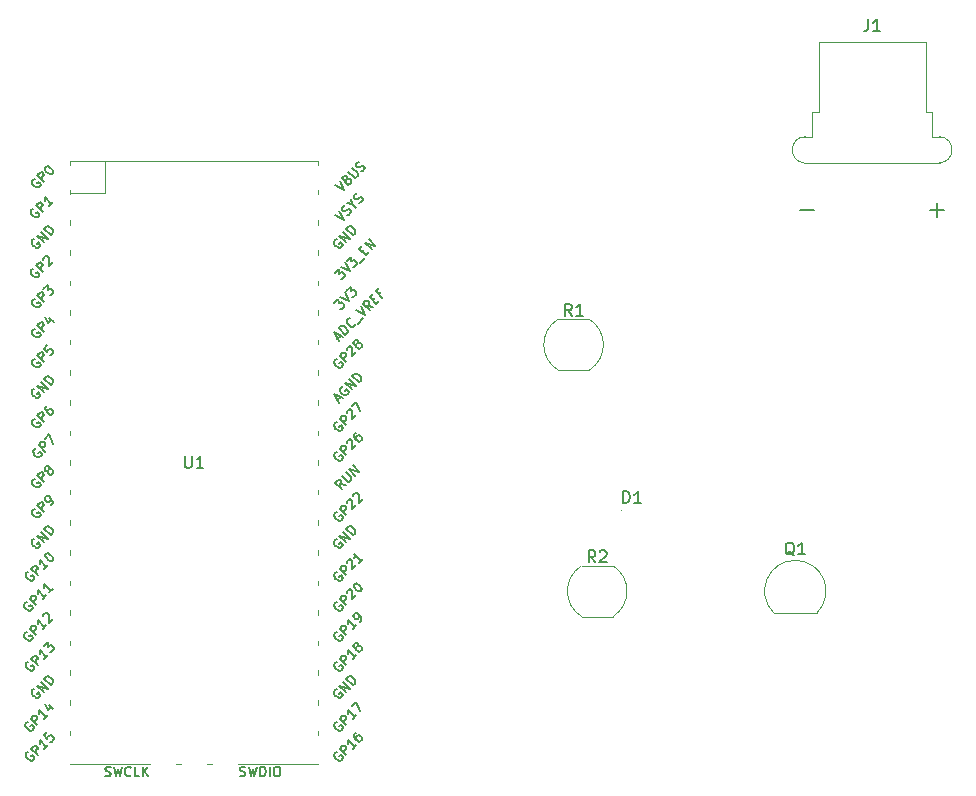
<source format=gbr>
%TF.GenerationSoftware,KiCad,Pcbnew,8.0.0*%
%TF.CreationDate,2024-04-01T19:54:57-03:00*%
%TF.ProjectId,circuito,63697263-7569-4746-9f2e-6b696361645f,rev?*%
%TF.SameCoordinates,Original*%
%TF.FileFunction,Legend,Top*%
%TF.FilePolarity,Positive*%
%FSLAX46Y46*%
G04 Gerber Fmt 4.6, Leading zero omitted, Abs format (unit mm)*
G04 Created by KiCad (PCBNEW 8.0.0) date 2024-04-01 19:54:57*
%MOMM*%
%LPD*%
G01*
G04 APERTURE LIST*
%ADD10C,0.150000*%
%ADD11C,0.100000*%
%ADD12C,0.120000*%
G04 APERTURE END LIST*
D10*
X146916905Y-77404819D02*
X146916905Y-76404819D01*
X146916905Y-76404819D02*
X147155000Y-76404819D01*
X147155000Y-76404819D02*
X147297857Y-76452438D01*
X147297857Y-76452438D02*
X147393095Y-76547676D01*
X147393095Y-76547676D02*
X147440714Y-76642914D01*
X147440714Y-76642914D02*
X147488333Y-76833390D01*
X147488333Y-76833390D02*
X147488333Y-76976247D01*
X147488333Y-76976247D02*
X147440714Y-77166723D01*
X147440714Y-77166723D02*
X147393095Y-77261961D01*
X147393095Y-77261961D02*
X147297857Y-77357200D01*
X147297857Y-77357200D02*
X147155000Y-77404819D01*
X147155000Y-77404819D02*
X146916905Y-77404819D01*
X148440714Y-77404819D02*
X147869286Y-77404819D01*
X148155000Y-77404819D02*
X148155000Y-76404819D01*
X148155000Y-76404819D02*
X148059762Y-76547676D01*
X148059762Y-76547676D02*
X147964524Y-76642914D01*
X147964524Y-76642914D02*
X147869286Y-76690533D01*
X167666666Y-36454819D02*
X167666666Y-37169104D01*
X167666666Y-37169104D02*
X167619047Y-37311961D01*
X167619047Y-37311961D02*
X167523809Y-37407200D01*
X167523809Y-37407200D02*
X167380952Y-37454819D01*
X167380952Y-37454819D02*
X167285714Y-37454819D01*
X168666666Y-37454819D02*
X168095238Y-37454819D01*
X168380952Y-37454819D02*
X168380952Y-36454819D01*
X168380952Y-36454819D02*
X168285714Y-36597676D01*
X168285714Y-36597676D02*
X168190476Y-36692914D01*
X168190476Y-36692914D02*
X168095238Y-36740533D01*
X161928571Y-52614700D02*
X163071429Y-52614700D01*
X172928571Y-52614700D02*
X174071429Y-52614700D01*
X173500000Y-53186128D02*
X173500000Y-52043271D01*
X161404761Y-81850057D02*
X161309523Y-81802438D01*
X161309523Y-81802438D02*
X161214285Y-81707200D01*
X161214285Y-81707200D02*
X161071428Y-81564342D01*
X161071428Y-81564342D02*
X160976190Y-81516723D01*
X160976190Y-81516723D02*
X160880952Y-81516723D01*
X160928571Y-81754819D02*
X160833333Y-81707200D01*
X160833333Y-81707200D02*
X160738095Y-81611961D01*
X160738095Y-81611961D02*
X160690476Y-81421485D01*
X160690476Y-81421485D02*
X160690476Y-81088152D01*
X160690476Y-81088152D02*
X160738095Y-80897676D01*
X160738095Y-80897676D02*
X160833333Y-80802438D01*
X160833333Y-80802438D02*
X160928571Y-80754819D01*
X160928571Y-80754819D02*
X161119047Y-80754819D01*
X161119047Y-80754819D02*
X161214285Y-80802438D01*
X161214285Y-80802438D02*
X161309523Y-80897676D01*
X161309523Y-80897676D02*
X161357142Y-81088152D01*
X161357142Y-81088152D02*
X161357142Y-81421485D01*
X161357142Y-81421485D02*
X161309523Y-81611961D01*
X161309523Y-81611961D02*
X161214285Y-81707200D01*
X161214285Y-81707200D02*
X161119047Y-81754819D01*
X161119047Y-81754819D02*
X160928571Y-81754819D01*
X162309523Y-81754819D02*
X161738095Y-81754819D01*
X162023809Y-81754819D02*
X162023809Y-80754819D01*
X162023809Y-80754819D02*
X161928571Y-80897676D01*
X161928571Y-80897676D02*
X161833333Y-80992914D01*
X161833333Y-80992914D02*
X161738095Y-81040533D01*
X142563333Y-61554819D02*
X142230000Y-61078628D01*
X141991905Y-61554819D02*
X141991905Y-60554819D01*
X141991905Y-60554819D02*
X142372857Y-60554819D01*
X142372857Y-60554819D02*
X142468095Y-60602438D01*
X142468095Y-60602438D02*
X142515714Y-60650057D01*
X142515714Y-60650057D02*
X142563333Y-60745295D01*
X142563333Y-60745295D02*
X142563333Y-60888152D01*
X142563333Y-60888152D02*
X142515714Y-60983390D01*
X142515714Y-60983390D02*
X142468095Y-61031009D01*
X142468095Y-61031009D02*
X142372857Y-61078628D01*
X142372857Y-61078628D02*
X141991905Y-61078628D01*
X143515714Y-61554819D02*
X142944286Y-61554819D01*
X143230000Y-61554819D02*
X143230000Y-60554819D01*
X143230000Y-60554819D02*
X143134762Y-60697676D01*
X143134762Y-60697676D02*
X143039524Y-60792914D01*
X143039524Y-60792914D02*
X142944286Y-60840533D01*
X109813095Y-73424819D02*
X109813095Y-74234342D01*
X109813095Y-74234342D02*
X109860714Y-74329580D01*
X109860714Y-74329580D02*
X109908333Y-74377200D01*
X109908333Y-74377200D02*
X110003571Y-74424819D01*
X110003571Y-74424819D02*
X110194047Y-74424819D01*
X110194047Y-74424819D02*
X110289285Y-74377200D01*
X110289285Y-74377200D02*
X110336904Y-74329580D01*
X110336904Y-74329580D02*
X110384523Y-74234342D01*
X110384523Y-74234342D02*
X110384523Y-73424819D01*
X111384523Y-74424819D02*
X110813095Y-74424819D01*
X111098809Y-74424819D02*
X111098809Y-73424819D01*
X111098809Y-73424819D02*
X111003571Y-73567676D01*
X111003571Y-73567676D02*
X110908333Y-73662914D01*
X110908333Y-73662914D02*
X110813095Y-73710533D01*
X114479761Y-100494200D02*
X114594047Y-100532295D01*
X114594047Y-100532295D02*
X114784523Y-100532295D01*
X114784523Y-100532295D02*
X114860714Y-100494200D01*
X114860714Y-100494200D02*
X114898809Y-100456104D01*
X114898809Y-100456104D02*
X114936904Y-100379914D01*
X114936904Y-100379914D02*
X114936904Y-100303723D01*
X114936904Y-100303723D02*
X114898809Y-100227533D01*
X114898809Y-100227533D02*
X114860714Y-100189438D01*
X114860714Y-100189438D02*
X114784523Y-100151342D01*
X114784523Y-100151342D02*
X114632142Y-100113247D01*
X114632142Y-100113247D02*
X114555952Y-100075152D01*
X114555952Y-100075152D02*
X114517857Y-100037057D01*
X114517857Y-100037057D02*
X114479761Y-99960866D01*
X114479761Y-99960866D02*
X114479761Y-99884676D01*
X114479761Y-99884676D02*
X114517857Y-99808485D01*
X114517857Y-99808485D02*
X114555952Y-99770390D01*
X114555952Y-99770390D02*
X114632142Y-99732295D01*
X114632142Y-99732295D02*
X114822619Y-99732295D01*
X114822619Y-99732295D02*
X114936904Y-99770390D01*
X115203571Y-99732295D02*
X115394047Y-100532295D01*
X115394047Y-100532295D02*
X115546428Y-99960866D01*
X115546428Y-99960866D02*
X115698809Y-100532295D01*
X115698809Y-100532295D02*
X115889286Y-99732295D01*
X116194048Y-100532295D02*
X116194048Y-99732295D01*
X116194048Y-99732295D02*
X116384524Y-99732295D01*
X116384524Y-99732295D02*
X116498810Y-99770390D01*
X116498810Y-99770390D02*
X116575000Y-99846580D01*
X116575000Y-99846580D02*
X116613095Y-99922771D01*
X116613095Y-99922771D02*
X116651191Y-100075152D01*
X116651191Y-100075152D02*
X116651191Y-100189438D01*
X116651191Y-100189438D02*
X116613095Y-100341819D01*
X116613095Y-100341819D02*
X116575000Y-100418009D01*
X116575000Y-100418009D02*
X116498810Y-100494200D01*
X116498810Y-100494200D02*
X116384524Y-100532295D01*
X116384524Y-100532295D02*
X116194048Y-100532295D01*
X116994048Y-100532295D02*
X116994048Y-99732295D01*
X117527381Y-99732295D02*
X117679762Y-99732295D01*
X117679762Y-99732295D02*
X117755952Y-99770390D01*
X117755952Y-99770390D02*
X117832143Y-99846580D01*
X117832143Y-99846580D02*
X117870238Y-99998961D01*
X117870238Y-99998961D02*
X117870238Y-100265628D01*
X117870238Y-100265628D02*
X117832143Y-100418009D01*
X117832143Y-100418009D02*
X117755952Y-100494200D01*
X117755952Y-100494200D02*
X117679762Y-100532295D01*
X117679762Y-100532295D02*
X117527381Y-100532295D01*
X117527381Y-100532295D02*
X117451190Y-100494200D01*
X117451190Y-100494200D02*
X117375000Y-100418009D01*
X117375000Y-100418009D02*
X117336904Y-100265628D01*
X117336904Y-100265628D02*
X117336904Y-99998961D01*
X117336904Y-99998961D02*
X117375000Y-99846580D01*
X117375000Y-99846580D02*
X117451190Y-99770390D01*
X117451190Y-99770390D02*
X117527381Y-99732295D01*
X97061435Y-93168431D02*
X96980623Y-93195368D01*
X96980623Y-93195368D02*
X96899811Y-93276180D01*
X96899811Y-93276180D02*
X96845936Y-93383930D01*
X96845936Y-93383930D02*
X96845936Y-93491680D01*
X96845936Y-93491680D02*
X96872873Y-93572492D01*
X96872873Y-93572492D02*
X96953685Y-93707179D01*
X96953685Y-93707179D02*
X97034498Y-93787991D01*
X97034498Y-93787991D02*
X97169185Y-93868803D01*
X97169185Y-93868803D02*
X97249997Y-93895741D01*
X97249997Y-93895741D02*
X97357746Y-93895741D01*
X97357746Y-93895741D02*
X97465496Y-93841866D01*
X97465496Y-93841866D02*
X97519371Y-93787991D01*
X97519371Y-93787991D02*
X97573246Y-93680241D01*
X97573246Y-93680241D02*
X97573246Y-93626367D01*
X97573246Y-93626367D02*
X97384684Y-93437805D01*
X97384684Y-93437805D02*
X97276934Y-93545554D01*
X97869557Y-93437805D02*
X97303872Y-92872119D01*
X97303872Y-92872119D02*
X98192806Y-93114556D01*
X98192806Y-93114556D02*
X97627120Y-92548871D01*
X98462180Y-92845182D02*
X97896494Y-92279497D01*
X97896494Y-92279497D02*
X98031181Y-92144810D01*
X98031181Y-92144810D02*
X98138931Y-92090935D01*
X98138931Y-92090935D02*
X98246680Y-92090935D01*
X98246680Y-92090935D02*
X98327493Y-92117872D01*
X98327493Y-92117872D02*
X98462180Y-92198685D01*
X98462180Y-92198685D02*
X98542992Y-92279497D01*
X98542992Y-92279497D02*
X98623804Y-92414184D01*
X98623804Y-92414184D02*
X98650741Y-92494996D01*
X98650741Y-92494996D02*
X98650741Y-92602746D01*
X98650741Y-92602746D02*
X98596867Y-92710495D01*
X98596867Y-92710495D02*
X98462180Y-92845182D01*
X97088372Y-75361494D02*
X97007560Y-75388431D01*
X97007560Y-75388431D02*
X96926748Y-75469243D01*
X96926748Y-75469243D02*
X96872873Y-75576993D01*
X96872873Y-75576993D02*
X96872873Y-75684742D01*
X96872873Y-75684742D02*
X96899810Y-75765555D01*
X96899810Y-75765555D02*
X96980623Y-75900242D01*
X96980623Y-75900242D02*
X97061435Y-75981054D01*
X97061435Y-75981054D02*
X97196122Y-76061866D01*
X97196122Y-76061866D02*
X97276934Y-76088803D01*
X97276934Y-76088803D02*
X97384684Y-76088803D01*
X97384684Y-76088803D02*
X97492433Y-76034929D01*
X97492433Y-76034929D02*
X97546308Y-75981054D01*
X97546308Y-75981054D02*
X97600183Y-75873304D01*
X97600183Y-75873304D02*
X97600183Y-75819429D01*
X97600183Y-75819429D02*
X97411621Y-75630868D01*
X97411621Y-75630868D02*
X97303871Y-75738617D01*
X97896494Y-75630868D02*
X97330809Y-75065182D01*
X97330809Y-75065182D02*
X97546308Y-74849683D01*
X97546308Y-74849683D02*
X97627120Y-74822746D01*
X97627120Y-74822746D02*
X97680995Y-74822746D01*
X97680995Y-74822746D02*
X97761807Y-74849683D01*
X97761807Y-74849683D02*
X97842619Y-74930495D01*
X97842619Y-74930495D02*
X97869557Y-75011307D01*
X97869557Y-75011307D02*
X97869557Y-75065182D01*
X97869557Y-75065182D02*
X97842619Y-75145994D01*
X97842619Y-75145994D02*
X97627120Y-75361494D01*
X98219743Y-74661121D02*
X98138931Y-74688059D01*
X98138931Y-74688059D02*
X98085056Y-74688059D01*
X98085056Y-74688059D02*
X98004244Y-74661121D01*
X98004244Y-74661121D02*
X97977306Y-74634184D01*
X97977306Y-74634184D02*
X97950369Y-74553372D01*
X97950369Y-74553372D02*
X97950369Y-74499497D01*
X97950369Y-74499497D02*
X97977306Y-74418685D01*
X97977306Y-74418685D02*
X98085056Y-74310935D01*
X98085056Y-74310935D02*
X98165868Y-74283998D01*
X98165868Y-74283998D02*
X98219743Y-74283998D01*
X98219743Y-74283998D02*
X98300555Y-74310935D01*
X98300555Y-74310935D02*
X98327493Y-74337872D01*
X98327493Y-74337872D02*
X98354430Y-74418685D01*
X98354430Y-74418685D02*
X98354430Y-74472559D01*
X98354430Y-74472559D02*
X98327493Y-74553372D01*
X98327493Y-74553372D02*
X98219743Y-74661121D01*
X98219743Y-74661121D02*
X98192806Y-74741933D01*
X98192806Y-74741933D02*
X98192806Y-74795808D01*
X98192806Y-74795808D02*
X98219743Y-74876620D01*
X98219743Y-74876620D02*
X98327493Y-74984370D01*
X98327493Y-74984370D02*
X98408305Y-75011307D01*
X98408305Y-75011307D02*
X98462180Y-75011307D01*
X98462180Y-75011307D02*
X98542992Y-74984370D01*
X98542992Y-74984370D02*
X98650741Y-74876620D01*
X98650741Y-74876620D02*
X98677679Y-74795808D01*
X98677679Y-74795808D02*
X98677679Y-74741933D01*
X98677679Y-74741933D02*
X98650741Y-74661121D01*
X98650741Y-74661121D02*
X98542992Y-74553372D01*
X98542992Y-74553372D02*
X98462180Y-74526434D01*
X98462180Y-74526434D02*
X98408305Y-74526434D01*
X98408305Y-74526434D02*
X98327493Y-74553372D01*
X122672998Y-85790868D02*
X122592185Y-85817805D01*
X122592185Y-85817805D02*
X122511373Y-85898618D01*
X122511373Y-85898618D02*
X122457498Y-86006367D01*
X122457498Y-86006367D02*
X122457498Y-86114117D01*
X122457498Y-86114117D02*
X122484436Y-86194929D01*
X122484436Y-86194929D02*
X122565248Y-86329616D01*
X122565248Y-86329616D02*
X122646060Y-86410428D01*
X122646060Y-86410428D02*
X122780747Y-86491241D01*
X122780747Y-86491241D02*
X122861560Y-86518178D01*
X122861560Y-86518178D02*
X122969309Y-86518178D01*
X122969309Y-86518178D02*
X123077059Y-86464303D01*
X123077059Y-86464303D02*
X123130934Y-86410428D01*
X123130934Y-86410428D02*
X123184808Y-86302679D01*
X123184808Y-86302679D02*
X123184808Y-86248804D01*
X123184808Y-86248804D02*
X122996247Y-86060242D01*
X122996247Y-86060242D02*
X122888497Y-86167992D01*
X123481120Y-86060242D02*
X122915434Y-85494557D01*
X122915434Y-85494557D02*
X123130934Y-85279057D01*
X123130934Y-85279057D02*
X123211746Y-85252120D01*
X123211746Y-85252120D02*
X123265621Y-85252120D01*
X123265621Y-85252120D02*
X123346433Y-85279057D01*
X123346433Y-85279057D02*
X123427245Y-85359870D01*
X123427245Y-85359870D02*
X123454182Y-85440682D01*
X123454182Y-85440682D02*
X123454182Y-85494557D01*
X123454182Y-85494557D02*
X123427245Y-85575369D01*
X123427245Y-85575369D02*
X123211746Y-85790868D01*
X123508057Y-85009683D02*
X123508057Y-84955809D01*
X123508057Y-84955809D02*
X123534995Y-84874996D01*
X123534995Y-84874996D02*
X123669682Y-84740309D01*
X123669682Y-84740309D02*
X123750494Y-84713372D01*
X123750494Y-84713372D02*
X123804369Y-84713372D01*
X123804369Y-84713372D02*
X123885181Y-84740309D01*
X123885181Y-84740309D02*
X123939056Y-84794184D01*
X123939056Y-84794184D02*
X123992930Y-84901934D01*
X123992930Y-84901934D02*
X123992930Y-85548431D01*
X123992930Y-85548431D02*
X124343117Y-85198245D01*
X124127618Y-84282373D02*
X124181492Y-84228499D01*
X124181492Y-84228499D02*
X124262305Y-84201561D01*
X124262305Y-84201561D02*
X124316179Y-84201561D01*
X124316179Y-84201561D02*
X124396992Y-84228499D01*
X124396992Y-84228499D02*
X124531679Y-84309311D01*
X124531679Y-84309311D02*
X124666366Y-84443998D01*
X124666366Y-84443998D02*
X124747178Y-84578685D01*
X124747178Y-84578685D02*
X124774115Y-84659497D01*
X124774115Y-84659497D02*
X124774115Y-84713372D01*
X124774115Y-84713372D02*
X124747178Y-84794184D01*
X124747178Y-84794184D02*
X124693303Y-84848059D01*
X124693303Y-84848059D02*
X124612491Y-84874996D01*
X124612491Y-84874996D02*
X124558616Y-84874996D01*
X124558616Y-84874996D02*
X124477804Y-84848059D01*
X124477804Y-84848059D02*
X124343117Y-84767247D01*
X124343117Y-84767247D02*
X124208430Y-84632560D01*
X124208430Y-84632560D02*
X124127618Y-84497873D01*
X124127618Y-84497873D02*
X124100680Y-84417060D01*
X124100680Y-84417060D02*
X124100680Y-84363186D01*
X124100680Y-84363186D02*
X124127618Y-84282373D01*
X122672998Y-78170868D02*
X122592185Y-78197805D01*
X122592185Y-78197805D02*
X122511373Y-78278618D01*
X122511373Y-78278618D02*
X122457498Y-78386367D01*
X122457498Y-78386367D02*
X122457498Y-78494117D01*
X122457498Y-78494117D02*
X122484436Y-78574929D01*
X122484436Y-78574929D02*
X122565248Y-78709616D01*
X122565248Y-78709616D02*
X122646060Y-78790428D01*
X122646060Y-78790428D02*
X122780747Y-78871241D01*
X122780747Y-78871241D02*
X122861560Y-78898178D01*
X122861560Y-78898178D02*
X122969309Y-78898178D01*
X122969309Y-78898178D02*
X123077059Y-78844303D01*
X123077059Y-78844303D02*
X123130934Y-78790428D01*
X123130934Y-78790428D02*
X123184808Y-78682679D01*
X123184808Y-78682679D02*
X123184808Y-78628804D01*
X123184808Y-78628804D02*
X122996247Y-78440242D01*
X122996247Y-78440242D02*
X122888497Y-78547992D01*
X123481120Y-78440242D02*
X122915434Y-77874557D01*
X122915434Y-77874557D02*
X123130934Y-77659057D01*
X123130934Y-77659057D02*
X123211746Y-77632120D01*
X123211746Y-77632120D02*
X123265621Y-77632120D01*
X123265621Y-77632120D02*
X123346433Y-77659057D01*
X123346433Y-77659057D02*
X123427245Y-77739870D01*
X123427245Y-77739870D02*
X123454182Y-77820682D01*
X123454182Y-77820682D02*
X123454182Y-77874557D01*
X123454182Y-77874557D02*
X123427245Y-77955369D01*
X123427245Y-77955369D02*
X123211746Y-78170868D01*
X123508057Y-77389683D02*
X123508057Y-77335809D01*
X123508057Y-77335809D02*
X123534995Y-77254996D01*
X123534995Y-77254996D02*
X123669682Y-77120309D01*
X123669682Y-77120309D02*
X123750494Y-77093372D01*
X123750494Y-77093372D02*
X123804369Y-77093372D01*
X123804369Y-77093372D02*
X123885181Y-77120309D01*
X123885181Y-77120309D02*
X123939056Y-77174184D01*
X123939056Y-77174184D02*
X123992930Y-77281934D01*
X123992930Y-77281934D02*
X123992930Y-77928431D01*
X123992930Y-77928431D02*
X124343117Y-77578245D01*
X124046805Y-76850935D02*
X124046805Y-76797060D01*
X124046805Y-76797060D02*
X124073743Y-76716248D01*
X124073743Y-76716248D02*
X124208430Y-76581561D01*
X124208430Y-76581561D02*
X124289242Y-76554624D01*
X124289242Y-76554624D02*
X124343117Y-76554624D01*
X124343117Y-76554624D02*
X124423929Y-76581561D01*
X124423929Y-76581561D02*
X124477804Y-76635436D01*
X124477804Y-76635436D02*
X124531679Y-76743186D01*
X124531679Y-76743186D02*
X124531679Y-77389683D01*
X124531679Y-77389683D02*
X124881865Y-77039497D01*
X122661435Y-93168431D02*
X122580623Y-93195368D01*
X122580623Y-93195368D02*
X122499811Y-93276180D01*
X122499811Y-93276180D02*
X122445936Y-93383930D01*
X122445936Y-93383930D02*
X122445936Y-93491680D01*
X122445936Y-93491680D02*
X122472873Y-93572492D01*
X122472873Y-93572492D02*
X122553685Y-93707179D01*
X122553685Y-93707179D02*
X122634498Y-93787991D01*
X122634498Y-93787991D02*
X122769185Y-93868803D01*
X122769185Y-93868803D02*
X122849997Y-93895741D01*
X122849997Y-93895741D02*
X122957746Y-93895741D01*
X122957746Y-93895741D02*
X123065496Y-93841866D01*
X123065496Y-93841866D02*
X123119371Y-93787991D01*
X123119371Y-93787991D02*
X123173246Y-93680241D01*
X123173246Y-93680241D02*
X123173246Y-93626367D01*
X123173246Y-93626367D02*
X122984684Y-93437805D01*
X122984684Y-93437805D02*
X122876934Y-93545554D01*
X123469557Y-93437805D02*
X122903872Y-92872119D01*
X122903872Y-92872119D02*
X123792806Y-93114556D01*
X123792806Y-93114556D02*
X123227120Y-92548871D01*
X124062180Y-92845182D02*
X123496494Y-92279497D01*
X123496494Y-92279497D02*
X123631181Y-92144810D01*
X123631181Y-92144810D02*
X123738931Y-92090935D01*
X123738931Y-92090935D02*
X123846680Y-92090935D01*
X123846680Y-92090935D02*
X123927493Y-92117872D01*
X123927493Y-92117872D02*
X124062180Y-92198685D01*
X124062180Y-92198685D02*
X124142992Y-92279497D01*
X124142992Y-92279497D02*
X124223804Y-92414184D01*
X124223804Y-92414184D02*
X124250741Y-92494996D01*
X124250741Y-92494996D02*
X124250741Y-92602746D01*
X124250741Y-92602746D02*
X124196867Y-92710495D01*
X124196867Y-92710495D02*
X124062180Y-92845182D01*
X122730064Y-63504049D02*
X122999438Y-63234675D01*
X122837813Y-63719549D02*
X122460690Y-62965301D01*
X122460690Y-62965301D02*
X123214937Y-63342425D01*
X123403499Y-63153863D02*
X122837813Y-62588178D01*
X122837813Y-62588178D02*
X122972500Y-62453491D01*
X122972500Y-62453491D02*
X123080250Y-62399616D01*
X123080250Y-62399616D02*
X123187999Y-62399616D01*
X123187999Y-62399616D02*
X123268812Y-62426553D01*
X123268812Y-62426553D02*
X123403499Y-62507366D01*
X123403499Y-62507366D02*
X123484311Y-62588178D01*
X123484311Y-62588178D02*
X123565123Y-62722865D01*
X123565123Y-62722865D02*
X123592060Y-62803677D01*
X123592060Y-62803677D02*
X123592060Y-62911427D01*
X123592060Y-62911427D02*
X123538186Y-63019176D01*
X123538186Y-63019176D02*
X123403499Y-63153863D01*
X124238558Y-62211054D02*
X124238558Y-62264929D01*
X124238558Y-62264929D02*
X124184683Y-62372679D01*
X124184683Y-62372679D02*
X124130808Y-62426553D01*
X124130808Y-62426553D02*
X124023059Y-62480428D01*
X124023059Y-62480428D02*
X123915309Y-62480428D01*
X123915309Y-62480428D02*
X123834497Y-62453491D01*
X123834497Y-62453491D02*
X123699810Y-62372679D01*
X123699810Y-62372679D02*
X123618998Y-62291866D01*
X123618998Y-62291866D02*
X123538186Y-62157179D01*
X123538186Y-62157179D02*
X123511248Y-62076367D01*
X123511248Y-62076367D02*
X123511248Y-61968618D01*
X123511248Y-61968618D02*
X123565123Y-61860868D01*
X123565123Y-61860868D02*
X123618998Y-61806993D01*
X123618998Y-61806993D02*
X123726747Y-61753118D01*
X123726747Y-61753118D02*
X123780622Y-61753118D01*
X124454057Y-62211054D02*
X124885056Y-61780056D01*
X124319370Y-61106621D02*
X125073618Y-61483744D01*
X125073618Y-61483744D02*
X124696494Y-60729497D01*
X125773990Y-60783372D02*
X125316054Y-60702560D01*
X125450741Y-61106621D02*
X124885056Y-60540935D01*
X124885056Y-60540935D02*
X125100555Y-60325436D01*
X125100555Y-60325436D02*
X125181367Y-60298499D01*
X125181367Y-60298499D02*
X125235242Y-60298499D01*
X125235242Y-60298499D02*
X125316054Y-60325436D01*
X125316054Y-60325436D02*
X125396866Y-60406248D01*
X125396866Y-60406248D02*
X125423804Y-60487061D01*
X125423804Y-60487061D02*
X125423804Y-60540935D01*
X125423804Y-60540935D02*
X125396866Y-60621748D01*
X125396866Y-60621748D02*
X125181367Y-60837247D01*
X125720115Y-60244624D02*
X125908677Y-60056062D01*
X126285800Y-60271561D02*
X126016426Y-60540935D01*
X126016426Y-60540935D02*
X125450741Y-59975250D01*
X125450741Y-59975250D02*
X125720115Y-59705876D01*
X126420488Y-59544251D02*
X126231926Y-59732813D01*
X126528237Y-60029125D02*
X125962552Y-59463439D01*
X125962552Y-59463439D02*
X126231926Y-59194065D01*
X97061435Y-80468431D02*
X96980623Y-80495368D01*
X96980623Y-80495368D02*
X96899811Y-80576180D01*
X96899811Y-80576180D02*
X96845936Y-80683930D01*
X96845936Y-80683930D02*
X96845936Y-80791680D01*
X96845936Y-80791680D02*
X96872873Y-80872492D01*
X96872873Y-80872492D02*
X96953685Y-81007179D01*
X96953685Y-81007179D02*
X97034498Y-81087991D01*
X97034498Y-81087991D02*
X97169185Y-81168803D01*
X97169185Y-81168803D02*
X97249997Y-81195741D01*
X97249997Y-81195741D02*
X97357746Y-81195741D01*
X97357746Y-81195741D02*
X97465496Y-81141866D01*
X97465496Y-81141866D02*
X97519371Y-81087991D01*
X97519371Y-81087991D02*
X97573246Y-80980241D01*
X97573246Y-80980241D02*
X97573246Y-80926367D01*
X97573246Y-80926367D02*
X97384684Y-80737805D01*
X97384684Y-80737805D02*
X97276934Y-80845554D01*
X97869557Y-80737805D02*
X97303872Y-80172119D01*
X97303872Y-80172119D02*
X98192806Y-80414556D01*
X98192806Y-80414556D02*
X97627120Y-79848871D01*
X98462180Y-80145182D02*
X97896494Y-79579497D01*
X97896494Y-79579497D02*
X98031181Y-79444810D01*
X98031181Y-79444810D02*
X98138931Y-79390935D01*
X98138931Y-79390935D02*
X98246680Y-79390935D01*
X98246680Y-79390935D02*
X98327493Y-79417872D01*
X98327493Y-79417872D02*
X98462180Y-79498685D01*
X98462180Y-79498685D02*
X98542992Y-79579497D01*
X98542992Y-79579497D02*
X98623804Y-79714184D01*
X98623804Y-79714184D02*
X98650741Y-79794996D01*
X98650741Y-79794996D02*
X98650741Y-79902746D01*
X98650741Y-79902746D02*
X98596867Y-80010495D01*
X98596867Y-80010495D02*
X98462180Y-80145182D01*
X97088372Y-49961494D02*
X97007560Y-49988431D01*
X97007560Y-49988431D02*
X96926748Y-50069243D01*
X96926748Y-50069243D02*
X96872873Y-50176993D01*
X96872873Y-50176993D02*
X96872873Y-50284742D01*
X96872873Y-50284742D02*
X96899810Y-50365555D01*
X96899810Y-50365555D02*
X96980623Y-50500242D01*
X96980623Y-50500242D02*
X97061435Y-50581054D01*
X97061435Y-50581054D02*
X97196122Y-50661866D01*
X97196122Y-50661866D02*
X97276934Y-50688803D01*
X97276934Y-50688803D02*
X97384684Y-50688803D01*
X97384684Y-50688803D02*
X97492433Y-50634929D01*
X97492433Y-50634929D02*
X97546308Y-50581054D01*
X97546308Y-50581054D02*
X97600183Y-50473304D01*
X97600183Y-50473304D02*
X97600183Y-50419429D01*
X97600183Y-50419429D02*
X97411621Y-50230868D01*
X97411621Y-50230868D02*
X97303871Y-50338617D01*
X97896494Y-50230868D02*
X97330809Y-49665182D01*
X97330809Y-49665182D02*
X97546308Y-49449683D01*
X97546308Y-49449683D02*
X97627120Y-49422746D01*
X97627120Y-49422746D02*
X97680995Y-49422746D01*
X97680995Y-49422746D02*
X97761807Y-49449683D01*
X97761807Y-49449683D02*
X97842619Y-49530495D01*
X97842619Y-49530495D02*
X97869557Y-49611307D01*
X97869557Y-49611307D02*
X97869557Y-49665182D01*
X97869557Y-49665182D02*
X97842619Y-49745994D01*
X97842619Y-49745994D02*
X97627120Y-49961494D01*
X98004244Y-48991747D02*
X98058119Y-48937872D01*
X98058119Y-48937872D02*
X98138931Y-48910935D01*
X98138931Y-48910935D02*
X98192806Y-48910935D01*
X98192806Y-48910935D02*
X98273618Y-48937872D01*
X98273618Y-48937872D02*
X98408305Y-49018685D01*
X98408305Y-49018685D02*
X98542992Y-49153372D01*
X98542992Y-49153372D02*
X98623804Y-49288059D01*
X98623804Y-49288059D02*
X98650741Y-49368871D01*
X98650741Y-49368871D02*
X98650741Y-49422746D01*
X98650741Y-49422746D02*
X98623804Y-49503558D01*
X98623804Y-49503558D02*
X98569929Y-49557433D01*
X98569929Y-49557433D02*
X98489117Y-49584370D01*
X98489117Y-49584370D02*
X98435242Y-49584370D01*
X98435242Y-49584370D02*
X98354430Y-49557433D01*
X98354430Y-49557433D02*
X98219743Y-49476620D01*
X98219743Y-49476620D02*
X98085056Y-49341933D01*
X98085056Y-49341933D02*
X98004244Y-49207246D01*
X98004244Y-49207246D02*
X97977306Y-49126434D01*
X97977306Y-49126434D02*
X97977306Y-49072559D01*
X97977306Y-49072559D02*
X98004244Y-48991747D01*
X122661435Y-80468431D02*
X122580623Y-80495368D01*
X122580623Y-80495368D02*
X122499811Y-80576180D01*
X122499811Y-80576180D02*
X122445936Y-80683930D01*
X122445936Y-80683930D02*
X122445936Y-80791680D01*
X122445936Y-80791680D02*
X122472873Y-80872492D01*
X122472873Y-80872492D02*
X122553685Y-81007179D01*
X122553685Y-81007179D02*
X122634498Y-81087991D01*
X122634498Y-81087991D02*
X122769185Y-81168803D01*
X122769185Y-81168803D02*
X122849997Y-81195741D01*
X122849997Y-81195741D02*
X122957746Y-81195741D01*
X122957746Y-81195741D02*
X123065496Y-81141866D01*
X123065496Y-81141866D02*
X123119371Y-81087991D01*
X123119371Y-81087991D02*
X123173246Y-80980241D01*
X123173246Y-80980241D02*
X123173246Y-80926367D01*
X123173246Y-80926367D02*
X122984684Y-80737805D01*
X122984684Y-80737805D02*
X122876934Y-80845554D01*
X123469557Y-80737805D02*
X122903872Y-80172119D01*
X122903872Y-80172119D02*
X123792806Y-80414556D01*
X123792806Y-80414556D02*
X123227120Y-79848871D01*
X124062180Y-80145182D02*
X123496494Y-79579497D01*
X123496494Y-79579497D02*
X123631181Y-79444810D01*
X123631181Y-79444810D02*
X123738931Y-79390935D01*
X123738931Y-79390935D02*
X123846680Y-79390935D01*
X123846680Y-79390935D02*
X123927493Y-79417872D01*
X123927493Y-79417872D02*
X124062180Y-79498685D01*
X124062180Y-79498685D02*
X124142992Y-79579497D01*
X124142992Y-79579497D02*
X124223804Y-79714184D01*
X124223804Y-79714184D02*
X124250741Y-79794996D01*
X124250741Y-79794996D02*
X124250741Y-79902746D01*
X124250741Y-79902746D02*
X124196867Y-80010495D01*
X124196867Y-80010495D02*
X124062180Y-80145182D01*
X97188372Y-72791494D02*
X97107560Y-72818431D01*
X97107560Y-72818431D02*
X97026748Y-72899243D01*
X97026748Y-72899243D02*
X96972873Y-73006993D01*
X96972873Y-73006993D02*
X96972873Y-73114742D01*
X96972873Y-73114742D02*
X96999810Y-73195555D01*
X96999810Y-73195555D02*
X97080623Y-73330242D01*
X97080623Y-73330242D02*
X97161435Y-73411054D01*
X97161435Y-73411054D02*
X97296122Y-73491866D01*
X97296122Y-73491866D02*
X97376934Y-73518803D01*
X97376934Y-73518803D02*
X97484684Y-73518803D01*
X97484684Y-73518803D02*
X97592433Y-73464929D01*
X97592433Y-73464929D02*
X97646308Y-73411054D01*
X97646308Y-73411054D02*
X97700183Y-73303304D01*
X97700183Y-73303304D02*
X97700183Y-73249429D01*
X97700183Y-73249429D02*
X97511621Y-73060868D01*
X97511621Y-73060868D02*
X97403871Y-73168617D01*
X97996494Y-73060868D02*
X97430809Y-72495182D01*
X97430809Y-72495182D02*
X97646308Y-72279683D01*
X97646308Y-72279683D02*
X97727120Y-72252746D01*
X97727120Y-72252746D02*
X97780995Y-72252746D01*
X97780995Y-72252746D02*
X97861807Y-72279683D01*
X97861807Y-72279683D02*
X97942619Y-72360495D01*
X97942619Y-72360495D02*
X97969557Y-72441307D01*
X97969557Y-72441307D02*
X97969557Y-72495182D01*
X97969557Y-72495182D02*
X97942619Y-72575994D01*
X97942619Y-72575994D02*
X97727120Y-72791494D01*
X97942619Y-71983372D02*
X98319743Y-71606248D01*
X98319743Y-71606248D02*
X98642992Y-72414370D01*
X122672998Y-70560868D02*
X122592185Y-70587805D01*
X122592185Y-70587805D02*
X122511373Y-70668618D01*
X122511373Y-70668618D02*
X122457498Y-70776367D01*
X122457498Y-70776367D02*
X122457498Y-70884117D01*
X122457498Y-70884117D02*
X122484436Y-70964929D01*
X122484436Y-70964929D02*
X122565248Y-71099616D01*
X122565248Y-71099616D02*
X122646060Y-71180428D01*
X122646060Y-71180428D02*
X122780747Y-71261241D01*
X122780747Y-71261241D02*
X122861560Y-71288178D01*
X122861560Y-71288178D02*
X122969309Y-71288178D01*
X122969309Y-71288178D02*
X123077059Y-71234303D01*
X123077059Y-71234303D02*
X123130934Y-71180428D01*
X123130934Y-71180428D02*
X123184808Y-71072679D01*
X123184808Y-71072679D02*
X123184808Y-71018804D01*
X123184808Y-71018804D02*
X122996247Y-70830242D01*
X122996247Y-70830242D02*
X122888497Y-70937992D01*
X123481120Y-70830242D02*
X122915434Y-70264557D01*
X122915434Y-70264557D02*
X123130934Y-70049057D01*
X123130934Y-70049057D02*
X123211746Y-70022120D01*
X123211746Y-70022120D02*
X123265621Y-70022120D01*
X123265621Y-70022120D02*
X123346433Y-70049057D01*
X123346433Y-70049057D02*
X123427245Y-70129870D01*
X123427245Y-70129870D02*
X123454182Y-70210682D01*
X123454182Y-70210682D02*
X123454182Y-70264557D01*
X123454182Y-70264557D02*
X123427245Y-70345369D01*
X123427245Y-70345369D02*
X123211746Y-70560868D01*
X123508057Y-69779683D02*
X123508057Y-69725809D01*
X123508057Y-69725809D02*
X123534995Y-69644996D01*
X123534995Y-69644996D02*
X123669682Y-69510309D01*
X123669682Y-69510309D02*
X123750494Y-69483372D01*
X123750494Y-69483372D02*
X123804369Y-69483372D01*
X123804369Y-69483372D02*
X123885181Y-69510309D01*
X123885181Y-69510309D02*
X123939056Y-69564184D01*
X123939056Y-69564184D02*
X123992930Y-69671934D01*
X123992930Y-69671934D02*
X123992930Y-70318431D01*
X123992930Y-70318431D02*
X124343117Y-69968245D01*
X123965993Y-69213998D02*
X124343117Y-68836874D01*
X124343117Y-68836874D02*
X124666366Y-69644996D01*
X97088372Y-60121494D02*
X97007560Y-60148431D01*
X97007560Y-60148431D02*
X96926748Y-60229243D01*
X96926748Y-60229243D02*
X96872873Y-60336993D01*
X96872873Y-60336993D02*
X96872873Y-60444742D01*
X96872873Y-60444742D02*
X96899810Y-60525555D01*
X96899810Y-60525555D02*
X96980623Y-60660242D01*
X96980623Y-60660242D02*
X97061435Y-60741054D01*
X97061435Y-60741054D02*
X97196122Y-60821866D01*
X97196122Y-60821866D02*
X97276934Y-60848803D01*
X97276934Y-60848803D02*
X97384684Y-60848803D01*
X97384684Y-60848803D02*
X97492433Y-60794929D01*
X97492433Y-60794929D02*
X97546308Y-60741054D01*
X97546308Y-60741054D02*
X97600183Y-60633304D01*
X97600183Y-60633304D02*
X97600183Y-60579429D01*
X97600183Y-60579429D02*
X97411621Y-60390868D01*
X97411621Y-60390868D02*
X97303871Y-60498617D01*
X97896494Y-60390868D02*
X97330809Y-59825182D01*
X97330809Y-59825182D02*
X97546308Y-59609683D01*
X97546308Y-59609683D02*
X97627120Y-59582746D01*
X97627120Y-59582746D02*
X97680995Y-59582746D01*
X97680995Y-59582746D02*
X97761807Y-59609683D01*
X97761807Y-59609683D02*
X97842619Y-59690495D01*
X97842619Y-59690495D02*
X97869557Y-59771307D01*
X97869557Y-59771307D02*
X97869557Y-59825182D01*
X97869557Y-59825182D02*
X97842619Y-59905994D01*
X97842619Y-59905994D02*
X97627120Y-60121494D01*
X97842619Y-59313372D02*
X98192806Y-58963185D01*
X98192806Y-58963185D02*
X98219743Y-59367246D01*
X98219743Y-59367246D02*
X98300555Y-59286434D01*
X98300555Y-59286434D02*
X98381367Y-59259497D01*
X98381367Y-59259497D02*
X98435242Y-59259497D01*
X98435242Y-59259497D02*
X98516054Y-59286434D01*
X98516054Y-59286434D02*
X98650741Y-59421121D01*
X98650741Y-59421121D02*
X98677679Y-59501933D01*
X98677679Y-59501933D02*
X98677679Y-59555808D01*
X98677679Y-59555808D02*
X98650741Y-59636620D01*
X98650741Y-59636620D02*
X98489117Y-59798245D01*
X98489117Y-59798245D02*
X98408305Y-59825182D01*
X98408305Y-59825182D02*
X98354430Y-59825182D01*
X96518998Y-95950868D02*
X96438185Y-95977805D01*
X96438185Y-95977805D02*
X96357373Y-96058618D01*
X96357373Y-96058618D02*
X96303498Y-96166367D01*
X96303498Y-96166367D02*
X96303498Y-96274117D01*
X96303498Y-96274117D02*
X96330436Y-96354929D01*
X96330436Y-96354929D02*
X96411248Y-96489616D01*
X96411248Y-96489616D02*
X96492060Y-96570428D01*
X96492060Y-96570428D02*
X96626747Y-96651241D01*
X96626747Y-96651241D02*
X96707560Y-96678178D01*
X96707560Y-96678178D02*
X96815309Y-96678178D01*
X96815309Y-96678178D02*
X96923059Y-96624303D01*
X96923059Y-96624303D02*
X96976934Y-96570428D01*
X96976934Y-96570428D02*
X97030808Y-96462679D01*
X97030808Y-96462679D02*
X97030808Y-96408804D01*
X97030808Y-96408804D02*
X96842247Y-96220242D01*
X96842247Y-96220242D02*
X96734497Y-96327992D01*
X97327120Y-96220242D02*
X96761434Y-95654557D01*
X96761434Y-95654557D02*
X96976934Y-95439057D01*
X96976934Y-95439057D02*
X97057746Y-95412120D01*
X97057746Y-95412120D02*
X97111621Y-95412120D01*
X97111621Y-95412120D02*
X97192433Y-95439057D01*
X97192433Y-95439057D02*
X97273245Y-95519870D01*
X97273245Y-95519870D02*
X97300182Y-95600682D01*
X97300182Y-95600682D02*
X97300182Y-95654557D01*
X97300182Y-95654557D02*
X97273245Y-95735369D01*
X97273245Y-95735369D02*
X97057746Y-95950868D01*
X98189117Y-95358245D02*
X97865868Y-95681494D01*
X98027492Y-95519870D02*
X97461807Y-94954184D01*
X97461807Y-94954184D02*
X97488744Y-95088871D01*
X97488744Y-95088871D02*
X97488744Y-95196621D01*
X97488744Y-95196621D02*
X97461807Y-95277433D01*
X98296866Y-94496248D02*
X98673990Y-94873372D01*
X97946680Y-94415436D02*
X98216054Y-94954184D01*
X98216054Y-94954184D02*
X98566240Y-94603998D01*
X96988372Y-57581494D02*
X96907560Y-57608431D01*
X96907560Y-57608431D02*
X96826748Y-57689243D01*
X96826748Y-57689243D02*
X96772873Y-57796993D01*
X96772873Y-57796993D02*
X96772873Y-57904742D01*
X96772873Y-57904742D02*
X96799810Y-57985555D01*
X96799810Y-57985555D02*
X96880623Y-58120242D01*
X96880623Y-58120242D02*
X96961435Y-58201054D01*
X96961435Y-58201054D02*
X97096122Y-58281866D01*
X97096122Y-58281866D02*
X97176934Y-58308803D01*
X97176934Y-58308803D02*
X97284684Y-58308803D01*
X97284684Y-58308803D02*
X97392433Y-58254929D01*
X97392433Y-58254929D02*
X97446308Y-58201054D01*
X97446308Y-58201054D02*
X97500183Y-58093304D01*
X97500183Y-58093304D02*
X97500183Y-58039429D01*
X97500183Y-58039429D02*
X97311621Y-57850868D01*
X97311621Y-57850868D02*
X97203871Y-57958617D01*
X97796494Y-57850868D02*
X97230809Y-57285182D01*
X97230809Y-57285182D02*
X97446308Y-57069683D01*
X97446308Y-57069683D02*
X97527120Y-57042746D01*
X97527120Y-57042746D02*
X97580995Y-57042746D01*
X97580995Y-57042746D02*
X97661807Y-57069683D01*
X97661807Y-57069683D02*
X97742619Y-57150495D01*
X97742619Y-57150495D02*
X97769557Y-57231307D01*
X97769557Y-57231307D02*
X97769557Y-57285182D01*
X97769557Y-57285182D02*
X97742619Y-57365994D01*
X97742619Y-57365994D02*
X97527120Y-57581494D01*
X97823432Y-56800309D02*
X97823432Y-56746434D01*
X97823432Y-56746434D02*
X97850369Y-56665622D01*
X97850369Y-56665622D02*
X97985056Y-56530935D01*
X97985056Y-56530935D02*
X98065868Y-56503998D01*
X98065868Y-56503998D02*
X98119743Y-56503998D01*
X98119743Y-56503998D02*
X98200555Y-56530935D01*
X98200555Y-56530935D02*
X98254430Y-56584810D01*
X98254430Y-56584810D02*
X98308305Y-56692559D01*
X98308305Y-56692559D02*
X98308305Y-57339057D01*
X98308305Y-57339057D02*
X98658491Y-56988871D01*
X122672998Y-88330868D02*
X122592185Y-88357805D01*
X122592185Y-88357805D02*
X122511373Y-88438618D01*
X122511373Y-88438618D02*
X122457498Y-88546367D01*
X122457498Y-88546367D02*
X122457498Y-88654117D01*
X122457498Y-88654117D02*
X122484436Y-88734929D01*
X122484436Y-88734929D02*
X122565248Y-88869616D01*
X122565248Y-88869616D02*
X122646060Y-88950428D01*
X122646060Y-88950428D02*
X122780747Y-89031241D01*
X122780747Y-89031241D02*
X122861560Y-89058178D01*
X122861560Y-89058178D02*
X122969309Y-89058178D01*
X122969309Y-89058178D02*
X123077059Y-89004303D01*
X123077059Y-89004303D02*
X123130934Y-88950428D01*
X123130934Y-88950428D02*
X123184808Y-88842679D01*
X123184808Y-88842679D02*
X123184808Y-88788804D01*
X123184808Y-88788804D02*
X122996247Y-88600242D01*
X122996247Y-88600242D02*
X122888497Y-88707992D01*
X123481120Y-88600242D02*
X122915434Y-88034557D01*
X122915434Y-88034557D02*
X123130934Y-87819057D01*
X123130934Y-87819057D02*
X123211746Y-87792120D01*
X123211746Y-87792120D02*
X123265621Y-87792120D01*
X123265621Y-87792120D02*
X123346433Y-87819057D01*
X123346433Y-87819057D02*
X123427245Y-87899870D01*
X123427245Y-87899870D02*
X123454182Y-87980682D01*
X123454182Y-87980682D02*
X123454182Y-88034557D01*
X123454182Y-88034557D02*
X123427245Y-88115369D01*
X123427245Y-88115369D02*
X123211746Y-88330868D01*
X124343117Y-87738245D02*
X124019868Y-88061494D01*
X124181492Y-87899870D02*
X123615807Y-87334184D01*
X123615807Y-87334184D02*
X123642744Y-87468871D01*
X123642744Y-87468871D02*
X123642744Y-87576621D01*
X123642744Y-87576621D02*
X123615807Y-87657433D01*
X124612491Y-87468871D02*
X124720240Y-87361121D01*
X124720240Y-87361121D02*
X124747178Y-87280309D01*
X124747178Y-87280309D02*
X124747178Y-87226434D01*
X124747178Y-87226434D02*
X124720240Y-87091747D01*
X124720240Y-87091747D02*
X124639428Y-86957060D01*
X124639428Y-86957060D02*
X124423929Y-86741561D01*
X124423929Y-86741561D02*
X124343117Y-86714624D01*
X124343117Y-86714624D02*
X124289242Y-86714624D01*
X124289242Y-86714624D02*
X124208430Y-86741561D01*
X124208430Y-86741561D02*
X124100680Y-86849311D01*
X124100680Y-86849311D02*
X124073743Y-86930123D01*
X124073743Y-86930123D02*
X124073743Y-86983998D01*
X124073743Y-86983998D02*
X124100680Y-87064810D01*
X124100680Y-87064810D02*
X124235367Y-87199497D01*
X124235367Y-87199497D02*
X124316179Y-87226434D01*
X124316179Y-87226434D02*
X124370054Y-87226434D01*
X124370054Y-87226434D02*
X124450866Y-87199497D01*
X124450866Y-87199497D02*
X124558616Y-87091747D01*
X124558616Y-87091747D02*
X124585553Y-87010935D01*
X124585553Y-87010935D02*
X124585553Y-86957060D01*
X124585553Y-86957060D02*
X124558616Y-86876248D01*
X122495749Y-53040242D02*
X123249996Y-53417366D01*
X123249996Y-53417366D02*
X122872873Y-52663118D01*
X123573245Y-53040242D02*
X123680995Y-52986367D01*
X123680995Y-52986367D02*
X123815682Y-52851680D01*
X123815682Y-52851680D02*
X123842619Y-52770868D01*
X123842619Y-52770868D02*
X123842619Y-52716993D01*
X123842619Y-52716993D02*
X123815682Y-52636181D01*
X123815682Y-52636181D02*
X123761807Y-52582306D01*
X123761807Y-52582306D02*
X123680995Y-52555369D01*
X123680995Y-52555369D02*
X123627120Y-52555369D01*
X123627120Y-52555369D02*
X123546308Y-52582306D01*
X123546308Y-52582306D02*
X123411621Y-52663118D01*
X123411621Y-52663118D02*
X123330808Y-52690056D01*
X123330808Y-52690056D02*
X123276934Y-52690056D01*
X123276934Y-52690056D02*
X123196121Y-52663118D01*
X123196121Y-52663118D02*
X123142247Y-52609244D01*
X123142247Y-52609244D02*
X123115309Y-52528431D01*
X123115309Y-52528431D02*
X123115309Y-52474557D01*
X123115309Y-52474557D02*
X123142247Y-52393744D01*
X123142247Y-52393744D02*
X123276934Y-52259057D01*
X123276934Y-52259057D02*
X123384683Y-52205183D01*
X124004244Y-52124370D02*
X124273618Y-52393744D01*
X123519370Y-52016621D02*
X124004244Y-52124370D01*
X124004244Y-52124370D02*
X123896494Y-51639497D01*
X124596866Y-52016621D02*
X124704616Y-51962746D01*
X124704616Y-51962746D02*
X124839303Y-51828059D01*
X124839303Y-51828059D02*
X124866240Y-51747247D01*
X124866240Y-51747247D02*
X124866240Y-51693372D01*
X124866240Y-51693372D02*
X124839303Y-51612560D01*
X124839303Y-51612560D02*
X124785428Y-51558685D01*
X124785428Y-51558685D02*
X124704616Y-51531748D01*
X124704616Y-51531748D02*
X124650741Y-51531748D01*
X124650741Y-51531748D02*
X124569929Y-51558685D01*
X124569929Y-51558685D02*
X124435242Y-51639497D01*
X124435242Y-51639497D02*
X124354430Y-51666435D01*
X124354430Y-51666435D02*
X124300555Y-51666435D01*
X124300555Y-51666435D02*
X124219743Y-51639497D01*
X124219743Y-51639497D02*
X124165868Y-51585622D01*
X124165868Y-51585622D02*
X124138930Y-51504810D01*
X124138930Y-51504810D02*
X124138930Y-51450935D01*
X124138930Y-51450935D02*
X124165868Y-51370123D01*
X124165868Y-51370123D02*
X124300555Y-51235436D01*
X124300555Y-51235436D02*
X124408304Y-51181561D01*
X122528406Y-50497585D02*
X123282653Y-50874709D01*
X123282653Y-50874709D02*
X122905529Y-50120462D01*
X123552027Y-50012712D02*
X123659776Y-49958838D01*
X123659776Y-49958838D02*
X123713651Y-49958838D01*
X123713651Y-49958838D02*
X123794463Y-49985775D01*
X123794463Y-49985775D02*
X123875276Y-50066587D01*
X123875276Y-50066587D02*
X123902213Y-50147399D01*
X123902213Y-50147399D02*
X123902213Y-50201274D01*
X123902213Y-50201274D02*
X123875276Y-50282086D01*
X123875276Y-50282086D02*
X123659776Y-50497586D01*
X123659776Y-50497586D02*
X123094091Y-49931900D01*
X123094091Y-49931900D02*
X123282653Y-49743338D01*
X123282653Y-49743338D02*
X123363465Y-49716401D01*
X123363465Y-49716401D02*
X123417340Y-49716401D01*
X123417340Y-49716401D02*
X123498152Y-49743338D01*
X123498152Y-49743338D02*
X123552027Y-49797213D01*
X123552027Y-49797213D02*
X123578964Y-49878025D01*
X123578964Y-49878025D02*
X123578964Y-49931900D01*
X123578964Y-49931900D02*
X123552027Y-50012712D01*
X123552027Y-50012712D02*
X123363465Y-50201274D01*
X123659776Y-49366215D02*
X124117712Y-49824151D01*
X124117712Y-49824151D02*
X124198524Y-49851088D01*
X124198524Y-49851088D02*
X124252399Y-49851088D01*
X124252399Y-49851088D02*
X124333211Y-49824151D01*
X124333211Y-49824151D02*
X124440961Y-49716401D01*
X124440961Y-49716401D02*
X124467898Y-49635589D01*
X124467898Y-49635589D02*
X124467898Y-49581714D01*
X124467898Y-49581714D02*
X124440961Y-49500902D01*
X124440961Y-49500902D02*
X123983025Y-49042966D01*
X124764210Y-49339277D02*
X124871959Y-49285403D01*
X124871959Y-49285403D02*
X125006646Y-49150716D01*
X125006646Y-49150716D02*
X125033584Y-49069903D01*
X125033584Y-49069903D02*
X125033584Y-49016029D01*
X125033584Y-49016029D02*
X125006646Y-48935216D01*
X125006646Y-48935216D02*
X124952771Y-48881342D01*
X124952771Y-48881342D02*
X124871959Y-48854404D01*
X124871959Y-48854404D02*
X124818084Y-48854404D01*
X124818084Y-48854404D02*
X124737272Y-48881342D01*
X124737272Y-48881342D02*
X124602585Y-48962154D01*
X124602585Y-48962154D02*
X124521773Y-48989091D01*
X124521773Y-48989091D02*
X124467898Y-48989091D01*
X124467898Y-48989091D02*
X124387086Y-48962154D01*
X124387086Y-48962154D02*
X124333211Y-48908279D01*
X124333211Y-48908279D02*
X124306274Y-48827467D01*
X124306274Y-48827467D02*
X124306274Y-48773592D01*
X124306274Y-48773592D02*
X124333211Y-48692780D01*
X124333211Y-48692780D02*
X124467898Y-48558093D01*
X124467898Y-48558093D02*
X124575648Y-48504218D01*
X97088372Y-65201494D02*
X97007560Y-65228431D01*
X97007560Y-65228431D02*
X96926748Y-65309243D01*
X96926748Y-65309243D02*
X96872873Y-65416993D01*
X96872873Y-65416993D02*
X96872873Y-65524742D01*
X96872873Y-65524742D02*
X96899810Y-65605555D01*
X96899810Y-65605555D02*
X96980623Y-65740242D01*
X96980623Y-65740242D02*
X97061435Y-65821054D01*
X97061435Y-65821054D02*
X97196122Y-65901866D01*
X97196122Y-65901866D02*
X97276934Y-65928803D01*
X97276934Y-65928803D02*
X97384684Y-65928803D01*
X97384684Y-65928803D02*
X97492433Y-65874929D01*
X97492433Y-65874929D02*
X97546308Y-65821054D01*
X97546308Y-65821054D02*
X97600183Y-65713304D01*
X97600183Y-65713304D02*
X97600183Y-65659429D01*
X97600183Y-65659429D02*
X97411621Y-65470868D01*
X97411621Y-65470868D02*
X97303871Y-65578617D01*
X97896494Y-65470868D02*
X97330809Y-64905182D01*
X97330809Y-64905182D02*
X97546308Y-64689683D01*
X97546308Y-64689683D02*
X97627120Y-64662746D01*
X97627120Y-64662746D02*
X97680995Y-64662746D01*
X97680995Y-64662746D02*
X97761807Y-64689683D01*
X97761807Y-64689683D02*
X97842619Y-64770495D01*
X97842619Y-64770495D02*
X97869557Y-64851307D01*
X97869557Y-64851307D02*
X97869557Y-64905182D01*
X97869557Y-64905182D02*
X97842619Y-64985994D01*
X97842619Y-64985994D02*
X97627120Y-65201494D01*
X98165868Y-64070123D02*
X97896494Y-64339497D01*
X97896494Y-64339497D02*
X98138931Y-64635808D01*
X98138931Y-64635808D02*
X98138931Y-64581933D01*
X98138931Y-64581933D02*
X98165868Y-64501121D01*
X98165868Y-64501121D02*
X98300555Y-64366434D01*
X98300555Y-64366434D02*
X98381367Y-64339497D01*
X98381367Y-64339497D02*
X98435242Y-64339497D01*
X98435242Y-64339497D02*
X98516054Y-64366434D01*
X98516054Y-64366434D02*
X98650741Y-64501121D01*
X98650741Y-64501121D02*
X98677679Y-64581933D01*
X98677679Y-64581933D02*
X98677679Y-64635808D01*
X98677679Y-64635808D02*
X98650741Y-64716620D01*
X98650741Y-64716620D02*
X98516054Y-64851307D01*
X98516054Y-64851307D02*
X98435242Y-64878245D01*
X98435242Y-64878245D02*
X98381367Y-64878245D01*
X96988372Y-52491494D02*
X96907560Y-52518431D01*
X96907560Y-52518431D02*
X96826748Y-52599243D01*
X96826748Y-52599243D02*
X96772873Y-52706993D01*
X96772873Y-52706993D02*
X96772873Y-52814742D01*
X96772873Y-52814742D02*
X96799810Y-52895555D01*
X96799810Y-52895555D02*
X96880623Y-53030242D01*
X96880623Y-53030242D02*
X96961435Y-53111054D01*
X96961435Y-53111054D02*
X97096122Y-53191866D01*
X97096122Y-53191866D02*
X97176934Y-53218803D01*
X97176934Y-53218803D02*
X97284684Y-53218803D01*
X97284684Y-53218803D02*
X97392433Y-53164929D01*
X97392433Y-53164929D02*
X97446308Y-53111054D01*
X97446308Y-53111054D02*
X97500183Y-53003304D01*
X97500183Y-53003304D02*
X97500183Y-52949429D01*
X97500183Y-52949429D02*
X97311621Y-52760868D01*
X97311621Y-52760868D02*
X97203871Y-52868617D01*
X97796494Y-52760868D02*
X97230809Y-52195182D01*
X97230809Y-52195182D02*
X97446308Y-51979683D01*
X97446308Y-51979683D02*
X97527120Y-51952746D01*
X97527120Y-51952746D02*
X97580995Y-51952746D01*
X97580995Y-51952746D02*
X97661807Y-51979683D01*
X97661807Y-51979683D02*
X97742619Y-52060495D01*
X97742619Y-52060495D02*
X97769557Y-52141307D01*
X97769557Y-52141307D02*
X97769557Y-52195182D01*
X97769557Y-52195182D02*
X97742619Y-52275994D01*
X97742619Y-52275994D02*
X97527120Y-52491494D01*
X98658491Y-51898871D02*
X98335242Y-52222120D01*
X98496867Y-52060495D02*
X97931181Y-51494810D01*
X97931181Y-51494810D02*
X97958119Y-51629497D01*
X97958119Y-51629497D02*
X97958119Y-51737246D01*
X97958119Y-51737246D02*
X97931181Y-51818059D01*
X122497407Y-57928584D02*
X122847593Y-57578398D01*
X122847593Y-57578398D02*
X122874531Y-57982459D01*
X122874531Y-57982459D02*
X122955343Y-57901646D01*
X122955343Y-57901646D02*
X123036155Y-57874709D01*
X123036155Y-57874709D02*
X123090030Y-57874709D01*
X123090030Y-57874709D02*
X123170842Y-57901646D01*
X123170842Y-57901646D02*
X123305529Y-58036333D01*
X123305529Y-58036333D02*
X123332467Y-58117146D01*
X123332467Y-58117146D02*
X123332467Y-58171020D01*
X123332467Y-58171020D02*
X123305529Y-58251833D01*
X123305529Y-58251833D02*
X123143905Y-58413457D01*
X123143905Y-58413457D02*
X123063093Y-58440394D01*
X123063093Y-58440394D02*
X123009218Y-58440394D01*
X123009218Y-57416773D02*
X123763465Y-57793897D01*
X123763465Y-57793897D02*
X123386342Y-57039649D01*
X123521028Y-56904963D02*
X123871215Y-56554776D01*
X123871215Y-56554776D02*
X123898152Y-56958837D01*
X123898152Y-56958837D02*
X123978964Y-56878025D01*
X123978964Y-56878025D02*
X124059776Y-56851088D01*
X124059776Y-56851088D02*
X124113651Y-56851088D01*
X124113651Y-56851088D02*
X124194464Y-56878025D01*
X124194464Y-56878025D02*
X124329151Y-57012712D01*
X124329151Y-57012712D02*
X124356088Y-57093524D01*
X124356088Y-57093524D02*
X124356088Y-57147399D01*
X124356088Y-57147399D02*
X124329151Y-57228211D01*
X124329151Y-57228211D02*
X124167526Y-57389836D01*
X124167526Y-57389836D02*
X124086714Y-57416773D01*
X124086714Y-57416773D02*
X124032839Y-57416773D01*
X124598525Y-57066587D02*
X125029523Y-56635588D01*
X124814024Y-56150715D02*
X125002586Y-55962153D01*
X125379709Y-56177652D02*
X125110335Y-56447026D01*
X125110335Y-56447026D02*
X124544650Y-55881341D01*
X124544650Y-55881341D02*
X124814024Y-55611967D01*
X125622146Y-55935215D02*
X125056461Y-55369530D01*
X125056461Y-55369530D02*
X125945395Y-55611967D01*
X125945395Y-55611967D02*
X125379710Y-55046281D01*
X122661435Y-55068431D02*
X122580623Y-55095368D01*
X122580623Y-55095368D02*
X122499811Y-55176180D01*
X122499811Y-55176180D02*
X122445936Y-55283930D01*
X122445936Y-55283930D02*
X122445936Y-55391680D01*
X122445936Y-55391680D02*
X122472873Y-55472492D01*
X122472873Y-55472492D02*
X122553685Y-55607179D01*
X122553685Y-55607179D02*
X122634498Y-55687991D01*
X122634498Y-55687991D02*
X122769185Y-55768803D01*
X122769185Y-55768803D02*
X122849997Y-55795741D01*
X122849997Y-55795741D02*
X122957746Y-55795741D01*
X122957746Y-55795741D02*
X123065496Y-55741866D01*
X123065496Y-55741866D02*
X123119371Y-55687991D01*
X123119371Y-55687991D02*
X123173246Y-55580241D01*
X123173246Y-55580241D02*
X123173246Y-55526367D01*
X123173246Y-55526367D02*
X122984684Y-55337805D01*
X122984684Y-55337805D02*
X122876934Y-55445554D01*
X123469557Y-55337805D02*
X122903872Y-54772119D01*
X122903872Y-54772119D02*
X123792806Y-55014556D01*
X123792806Y-55014556D02*
X123227120Y-54448871D01*
X124062180Y-54745182D02*
X123496494Y-54179497D01*
X123496494Y-54179497D02*
X123631181Y-54044810D01*
X123631181Y-54044810D02*
X123738931Y-53990935D01*
X123738931Y-53990935D02*
X123846680Y-53990935D01*
X123846680Y-53990935D02*
X123927493Y-54017872D01*
X123927493Y-54017872D02*
X124062180Y-54098685D01*
X124062180Y-54098685D02*
X124142992Y-54179497D01*
X124142992Y-54179497D02*
X124223804Y-54314184D01*
X124223804Y-54314184D02*
X124250741Y-54394996D01*
X124250741Y-54394996D02*
X124250741Y-54502746D01*
X124250741Y-54502746D02*
X124196867Y-54610495D01*
X124196867Y-54610495D02*
X124062180Y-54745182D01*
X96564998Y-83250868D02*
X96484185Y-83277805D01*
X96484185Y-83277805D02*
X96403373Y-83358618D01*
X96403373Y-83358618D02*
X96349498Y-83466367D01*
X96349498Y-83466367D02*
X96349498Y-83574117D01*
X96349498Y-83574117D02*
X96376436Y-83654929D01*
X96376436Y-83654929D02*
X96457248Y-83789616D01*
X96457248Y-83789616D02*
X96538060Y-83870428D01*
X96538060Y-83870428D02*
X96672747Y-83951241D01*
X96672747Y-83951241D02*
X96753560Y-83978178D01*
X96753560Y-83978178D02*
X96861309Y-83978178D01*
X96861309Y-83978178D02*
X96969059Y-83924303D01*
X96969059Y-83924303D02*
X97022934Y-83870428D01*
X97022934Y-83870428D02*
X97076808Y-83762679D01*
X97076808Y-83762679D02*
X97076808Y-83708804D01*
X97076808Y-83708804D02*
X96888247Y-83520242D01*
X96888247Y-83520242D02*
X96780497Y-83627992D01*
X97373120Y-83520242D02*
X96807434Y-82954557D01*
X96807434Y-82954557D02*
X97022934Y-82739057D01*
X97022934Y-82739057D02*
X97103746Y-82712120D01*
X97103746Y-82712120D02*
X97157621Y-82712120D01*
X97157621Y-82712120D02*
X97238433Y-82739057D01*
X97238433Y-82739057D02*
X97319245Y-82819870D01*
X97319245Y-82819870D02*
X97346182Y-82900682D01*
X97346182Y-82900682D02*
X97346182Y-82954557D01*
X97346182Y-82954557D02*
X97319245Y-83035369D01*
X97319245Y-83035369D02*
X97103746Y-83250868D01*
X98235117Y-82658245D02*
X97911868Y-82981494D01*
X98073492Y-82819870D02*
X97507807Y-82254184D01*
X97507807Y-82254184D02*
X97534744Y-82388871D01*
X97534744Y-82388871D02*
X97534744Y-82496621D01*
X97534744Y-82496621D02*
X97507807Y-82577433D01*
X98019618Y-81742373D02*
X98073492Y-81688499D01*
X98073492Y-81688499D02*
X98154305Y-81661561D01*
X98154305Y-81661561D02*
X98208179Y-81661561D01*
X98208179Y-81661561D02*
X98288992Y-81688499D01*
X98288992Y-81688499D02*
X98423679Y-81769311D01*
X98423679Y-81769311D02*
X98558366Y-81903998D01*
X98558366Y-81903998D02*
X98639178Y-82038685D01*
X98639178Y-82038685D02*
X98666115Y-82119497D01*
X98666115Y-82119497D02*
X98666115Y-82173372D01*
X98666115Y-82173372D02*
X98639178Y-82254184D01*
X98639178Y-82254184D02*
X98585303Y-82308059D01*
X98585303Y-82308059D02*
X98504491Y-82334996D01*
X98504491Y-82334996D02*
X98450616Y-82334996D01*
X98450616Y-82334996D02*
X98369804Y-82308059D01*
X98369804Y-82308059D02*
X98235117Y-82227247D01*
X98235117Y-82227247D02*
X98100430Y-82092560D01*
X98100430Y-82092560D02*
X98019618Y-81957873D01*
X98019618Y-81957873D02*
X97992680Y-81877060D01*
X97992680Y-81877060D02*
X97992680Y-81823186D01*
X97992680Y-81823186D02*
X98019618Y-81742373D01*
X97088372Y-77901494D02*
X97007560Y-77928431D01*
X97007560Y-77928431D02*
X96926748Y-78009243D01*
X96926748Y-78009243D02*
X96872873Y-78116993D01*
X96872873Y-78116993D02*
X96872873Y-78224742D01*
X96872873Y-78224742D02*
X96899810Y-78305555D01*
X96899810Y-78305555D02*
X96980623Y-78440242D01*
X96980623Y-78440242D02*
X97061435Y-78521054D01*
X97061435Y-78521054D02*
X97196122Y-78601866D01*
X97196122Y-78601866D02*
X97276934Y-78628803D01*
X97276934Y-78628803D02*
X97384684Y-78628803D01*
X97384684Y-78628803D02*
X97492433Y-78574929D01*
X97492433Y-78574929D02*
X97546308Y-78521054D01*
X97546308Y-78521054D02*
X97600183Y-78413304D01*
X97600183Y-78413304D02*
X97600183Y-78359429D01*
X97600183Y-78359429D02*
X97411621Y-78170868D01*
X97411621Y-78170868D02*
X97303871Y-78278617D01*
X97896494Y-78170868D02*
X97330809Y-77605182D01*
X97330809Y-77605182D02*
X97546308Y-77389683D01*
X97546308Y-77389683D02*
X97627120Y-77362746D01*
X97627120Y-77362746D02*
X97680995Y-77362746D01*
X97680995Y-77362746D02*
X97761807Y-77389683D01*
X97761807Y-77389683D02*
X97842619Y-77470495D01*
X97842619Y-77470495D02*
X97869557Y-77551307D01*
X97869557Y-77551307D02*
X97869557Y-77605182D01*
X97869557Y-77605182D02*
X97842619Y-77685994D01*
X97842619Y-77685994D02*
X97627120Y-77901494D01*
X98489117Y-77578245D02*
X98596867Y-77470495D01*
X98596867Y-77470495D02*
X98623804Y-77389683D01*
X98623804Y-77389683D02*
X98623804Y-77335808D01*
X98623804Y-77335808D02*
X98596867Y-77201121D01*
X98596867Y-77201121D02*
X98516054Y-77066434D01*
X98516054Y-77066434D02*
X98300555Y-76850935D01*
X98300555Y-76850935D02*
X98219743Y-76823998D01*
X98219743Y-76823998D02*
X98165868Y-76823998D01*
X98165868Y-76823998D02*
X98085056Y-76850935D01*
X98085056Y-76850935D02*
X97977306Y-76958685D01*
X97977306Y-76958685D02*
X97950369Y-77039497D01*
X97950369Y-77039497D02*
X97950369Y-77093372D01*
X97950369Y-77093372D02*
X97977306Y-77174184D01*
X97977306Y-77174184D02*
X98111993Y-77308871D01*
X98111993Y-77308871D02*
X98192806Y-77335808D01*
X98192806Y-77335808D02*
X98246680Y-77335808D01*
X98246680Y-77335808D02*
X98327493Y-77308871D01*
X98327493Y-77308871D02*
X98435242Y-77201121D01*
X98435242Y-77201121D02*
X98462180Y-77120309D01*
X98462180Y-77120309D02*
X98462180Y-77066434D01*
X98462180Y-77066434D02*
X98435242Y-76985622D01*
X122726873Y-68711240D02*
X122996247Y-68441866D01*
X122834623Y-68926739D02*
X122457499Y-68172492D01*
X122457499Y-68172492D02*
X123211746Y-68549615D01*
X123157871Y-67525994D02*
X123077059Y-67552932D01*
X123077059Y-67552932D02*
X122996247Y-67633744D01*
X122996247Y-67633744D02*
X122942372Y-67741494D01*
X122942372Y-67741494D02*
X122942372Y-67849243D01*
X122942372Y-67849243D02*
X122969310Y-67930055D01*
X122969310Y-67930055D02*
X123050122Y-68064742D01*
X123050122Y-68064742D02*
X123130934Y-68145555D01*
X123130934Y-68145555D02*
X123265621Y-68226367D01*
X123265621Y-68226367D02*
X123346433Y-68253304D01*
X123346433Y-68253304D02*
X123454183Y-68253304D01*
X123454183Y-68253304D02*
X123561932Y-68199429D01*
X123561932Y-68199429D02*
X123615807Y-68145555D01*
X123615807Y-68145555D02*
X123669682Y-68037805D01*
X123669682Y-68037805D02*
X123669682Y-67983930D01*
X123669682Y-67983930D02*
X123481120Y-67795368D01*
X123481120Y-67795368D02*
X123373371Y-67903118D01*
X123965993Y-67795368D02*
X123400308Y-67229683D01*
X123400308Y-67229683D02*
X124289242Y-67472120D01*
X124289242Y-67472120D02*
X123723557Y-66906434D01*
X124558616Y-67202746D02*
X123992931Y-66637060D01*
X123992931Y-66637060D02*
X124127618Y-66502373D01*
X124127618Y-66502373D02*
X124235367Y-66448498D01*
X124235367Y-66448498D02*
X124343117Y-66448498D01*
X124343117Y-66448498D02*
X124423929Y-66475436D01*
X124423929Y-66475436D02*
X124558616Y-66556248D01*
X124558616Y-66556248D02*
X124639428Y-66637060D01*
X124639428Y-66637060D02*
X124720241Y-66771747D01*
X124720241Y-66771747D02*
X124747178Y-66852560D01*
X124747178Y-66852560D02*
X124747178Y-66960309D01*
X124747178Y-66960309D02*
X124693303Y-67068059D01*
X124693303Y-67068059D02*
X124558616Y-67202746D01*
X122672998Y-90870868D02*
X122592185Y-90897805D01*
X122592185Y-90897805D02*
X122511373Y-90978618D01*
X122511373Y-90978618D02*
X122457498Y-91086367D01*
X122457498Y-91086367D02*
X122457498Y-91194117D01*
X122457498Y-91194117D02*
X122484436Y-91274929D01*
X122484436Y-91274929D02*
X122565248Y-91409616D01*
X122565248Y-91409616D02*
X122646060Y-91490428D01*
X122646060Y-91490428D02*
X122780747Y-91571241D01*
X122780747Y-91571241D02*
X122861560Y-91598178D01*
X122861560Y-91598178D02*
X122969309Y-91598178D01*
X122969309Y-91598178D02*
X123077059Y-91544303D01*
X123077059Y-91544303D02*
X123130934Y-91490428D01*
X123130934Y-91490428D02*
X123184808Y-91382679D01*
X123184808Y-91382679D02*
X123184808Y-91328804D01*
X123184808Y-91328804D02*
X122996247Y-91140242D01*
X122996247Y-91140242D02*
X122888497Y-91247992D01*
X123481120Y-91140242D02*
X122915434Y-90574557D01*
X122915434Y-90574557D02*
X123130934Y-90359057D01*
X123130934Y-90359057D02*
X123211746Y-90332120D01*
X123211746Y-90332120D02*
X123265621Y-90332120D01*
X123265621Y-90332120D02*
X123346433Y-90359057D01*
X123346433Y-90359057D02*
X123427245Y-90439870D01*
X123427245Y-90439870D02*
X123454182Y-90520682D01*
X123454182Y-90520682D02*
X123454182Y-90574557D01*
X123454182Y-90574557D02*
X123427245Y-90655369D01*
X123427245Y-90655369D02*
X123211746Y-90870868D01*
X124343117Y-90278245D02*
X124019868Y-90601494D01*
X124181492Y-90439870D02*
X123615807Y-89874184D01*
X123615807Y-89874184D02*
X123642744Y-90008871D01*
X123642744Y-90008871D02*
X123642744Y-90116621D01*
X123642744Y-90116621D02*
X123615807Y-90197433D01*
X124343117Y-89631747D02*
X124262305Y-89658685D01*
X124262305Y-89658685D02*
X124208430Y-89658685D01*
X124208430Y-89658685D02*
X124127618Y-89631747D01*
X124127618Y-89631747D02*
X124100680Y-89604810D01*
X124100680Y-89604810D02*
X124073743Y-89523998D01*
X124073743Y-89523998D02*
X124073743Y-89470123D01*
X124073743Y-89470123D02*
X124100680Y-89389311D01*
X124100680Y-89389311D02*
X124208430Y-89281561D01*
X124208430Y-89281561D02*
X124289242Y-89254624D01*
X124289242Y-89254624D02*
X124343117Y-89254624D01*
X124343117Y-89254624D02*
X124423929Y-89281561D01*
X124423929Y-89281561D02*
X124450866Y-89308499D01*
X124450866Y-89308499D02*
X124477804Y-89389311D01*
X124477804Y-89389311D02*
X124477804Y-89443186D01*
X124477804Y-89443186D02*
X124450866Y-89523998D01*
X124450866Y-89523998D02*
X124343117Y-89631747D01*
X124343117Y-89631747D02*
X124316179Y-89712560D01*
X124316179Y-89712560D02*
X124316179Y-89766434D01*
X124316179Y-89766434D02*
X124343117Y-89847247D01*
X124343117Y-89847247D02*
X124450866Y-89954996D01*
X124450866Y-89954996D02*
X124531679Y-89981934D01*
X124531679Y-89981934D02*
X124585553Y-89981934D01*
X124585553Y-89981934D02*
X124666366Y-89954996D01*
X124666366Y-89954996D02*
X124774115Y-89847247D01*
X124774115Y-89847247D02*
X124801053Y-89766434D01*
X124801053Y-89766434D02*
X124801053Y-89712560D01*
X124801053Y-89712560D02*
X124774115Y-89631747D01*
X124774115Y-89631747D02*
X124666366Y-89523998D01*
X124666366Y-89523998D02*
X124585553Y-89497060D01*
X124585553Y-89497060D02*
X124531679Y-89497060D01*
X124531679Y-89497060D02*
X124450866Y-89523998D01*
X123413651Y-75913710D02*
X122955716Y-75832898D01*
X123090403Y-76236959D02*
X122524717Y-75671274D01*
X122524717Y-75671274D02*
X122740216Y-75455775D01*
X122740216Y-75455775D02*
X122821029Y-75428837D01*
X122821029Y-75428837D02*
X122874903Y-75428837D01*
X122874903Y-75428837D02*
X122955716Y-75455775D01*
X122955716Y-75455775D02*
X123036528Y-75536587D01*
X123036528Y-75536587D02*
X123063465Y-75617399D01*
X123063465Y-75617399D02*
X123063465Y-75671274D01*
X123063465Y-75671274D02*
X123036528Y-75752086D01*
X123036528Y-75752086D02*
X122821029Y-75967585D01*
X123090403Y-75105588D02*
X123548338Y-75563524D01*
X123548338Y-75563524D02*
X123629151Y-75590462D01*
X123629151Y-75590462D02*
X123683025Y-75590462D01*
X123683025Y-75590462D02*
X123763838Y-75563524D01*
X123763838Y-75563524D02*
X123871587Y-75455775D01*
X123871587Y-75455775D02*
X123898525Y-75374962D01*
X123898525Y-75374962D02*
X123898525Y-75321088D01*
X123898525Y-75321088D02*
X123871587Y-75240275D01*
X123871587Y-75240275D02*
X123413651Y-74782340D01*
X124248711Y-75078651D02*
X123683025Y-74512966D01*
X123683025Y-74512966D02*
X124571959Y-74755402D01*
X124571959Y-74755402D02*
X124006274Y-74189717D01*
X96418998Y-85790868D02*
X96338185Y-85817805D01*
X96338185Y-85817805D02*
X96257373Y-85898618D01*
X96257373Y-85898618D02*
X96203498Y-86006367D01*
X96203498Y-86006367D02*
X96203498Y-86114117D01*
X96203498Y-86114117D02*
X96230436Y-86194929D01*
X96230436Y-86194929D02*
X96311248Y-86329616D01*
X96311248Y-86329616D02*
X96392060Y-86410428D01*
X96392060Y-86410428D02*
X96526747Y-86491241D01*
X96526747Y-86491241D02*
X96607560Y-86518178D01*
X96607560Y-86518178D02*
X96715309Y-86518178D01*
X96715309Y-86518178D02*
X96823059Y-86464303D01*
X96823059Y-86464303D02*
X96876934Y-86410428D01*
X96876934Y-86410428D02*
X96930808Y-86302679D01*
X96930808Y-86302679D02*
X96930808Y-86248804D01*
X96930808Y-86248804D02*
X96742247Y-86060242D01*
X96742247Y-86060242D02*
X96634497Y-86167992D01*
X97227120Y-86060242D02*
X96661434Y-85494557D01*
X96661434Y-85494557D02*
X96876934Y-85279057D01*
X96876934Y-85279057D02*
X96957746Y-85252120D01*
X96957746Y-85252120D02*
X97011621Y-85252120D01*
X97011621Y-85252120D02*
X97092433Y-85279057D01*
X97092433Y-85279057D02*
X97173245Y-85359870D01*
X97173245Y-85359870D02*
X97200182Y-85440682D01*
X97200182Y-85440682D02*
X97200182Y-85494557D01*
X97200182Y-85494557D02*
X97173245Y-85575369D01*
X97173245Y-85575369D02*
X96957746Y-85790868D01*
X98089117Y-85198245D02*
X97765868Y-85521494D01*
X97927492Y-85359870D02*
X97361807Y-84794184D01*
X97361807Y-84794184D02*
X97388744Y-84928871D01*
X97388744Y-84928871D02*
X97388744Y-85036621D01*
X97388744Y-85036621D02*
X97361807Y-85117433D01*
X98627865Y-84659497D02*
X98304616Y-84982746D01*
X98466240Y-84821121D02*
X97900555Y-84255436D01*
X97900555Y-84255436D02*
X97927492Y-84390123D01*
X97927492Y-84390123D02*
X97927492Y-84497873D01*
X97927492Y-84497873D02*
X97900555Y-84578685D01*
X103065475Y-100494200D02*
X103179761Y-100532295D01*
X103179761Y-100532295D02*
X103370237Y-100532295D01*
X103370237Y-100532295D02*
X103446428Y-100494200D01*
X103446428Y-100494200D02*
X103484523Y-100456104D01*
X103484523Y-100456104D02*
X103522618Y-100379914D01*
X103522618Y-100379914D02*
X103522618Y-100303723D01*
X103522618Y-100303723D02*
X103484523Y-100227533D01*
X103484523Y-100227533D02*
X103446428Y-100189438D01*
X103446428Y-100189438D02*
X103370237Y-100151342D01*
X103370237Y-100151342D02*
X103217856Y-100113247D01*
X103217856Y-100113247D02*
X103141666Y-100075152D01*
X103141666Y-100075152D02*
X103103571Y-100037057D01*
X103103571Y-100037057D02*
X103065475Y-99960866D01*
X103065475Y-99960866D02*
X103065475Y-99884676D01*
X103065475Y-99884676D02*
X103103571Y-99808485D01*
X103103571Y-99808485D02*
X103141666Y-99770390D01*
X103141666Y-99770390D02*
X103217856Y-99732295D01*
X103217856Y-99732295D02*
X103408333Y-99732295D01*
X103408333Y-99732295D02*
X103522618Y-99770390D01*
X103789285Y-99732295D02*
X103979761Y-100532295D01*
X103979761Y-100532295D02*
X104132142Y-99960866D01*
X104132142Y-99960866D02*
X104284523Y-100532295D01*
X104284523Y-100532295D02*
X104475000Y-99732295D01*
X105236905Y-100456104D02*
X105198809Y-100494200D01*
X105198809Y-100494200D02*
X105084524Y-100532295D01*
X105084524Y-100532295D02*
X105008333Y-100532295D01*
X105008333Y-100532295D02*
X104894047Y-100494200D01*
X104894047Y-100494200D02*
X104817857Y-100418009D01*
X104817857Y-100418009D02*
X104779762Y-100341819D01*
X104779762Y-100341819D02*
X104741666Y-100189438D01*
X104741666Y-100189438D02*
X104741666Y-100075152D01*
X104741666Y-100075152D02*
X104779762Y-99922771D01*
X104779762Y-99922771D02*
X104817857Y-99846580D01*
X104817857Y-99846580D02*
X104894047Y-99770390D01*
X104894047Y-99770390D02*
X105008333Y-99732295D01*
X105008333Y-99732295D02*
X105084524Y-99732295D01*
X105084524Y-99732295D02*
X105198809Y-99770390D01*
X105198809Y-99770390D02*
X105236905Y-99808485D01*
X105960714Y-100532295D02*
X105579762Y-100532295D01*
X105579762Y-100532295D02*
X105579762Y-99732295D01*
X106227381Y-100532295D02*
X106227381Y-99732295D01*
X106684524Y-100532295D02*
X106341666Y-100075152D01*
X106684524Y-99732295D02*
X106227381Y-100189438D01*
X97061435Y-67768431D02*
X96980623Y-67795368D01*
X96980623Y-67795368D02*
X96899811Y-67876180D01*
X96899811Y-67876180D02*
X96845936Y-67983930D01*
X96845936Y-67983930D02*
X96845936Y-68091680D01*
X96845936Y-68091680D02*
X96872873Y-68172492D01*
X96872873Y-68172492D02*
X96953685Y-68307179D01*
X96953685Y-68307179D02*
X97034498Y-68387991D01*
X97034498Y-68387991D02*
X97169185Y-68468803D01*
X97169185Y-68468803D02*
X97249997Y-68495741D01*
X97249997Y-68495741D02*
X97357746Y-68495741D01*
X97357746Y-68495741D02*
X97465496Y-68441866D01*
X97465496Y-68441866D02*
X97519371Y-68387991D01*
X97519371Y-68387991D02*
X97573246Y-68280241D01*
X97573246Y-68280241D02*
X97573246Y-68226367D01*
X97573246Y-68226367D02*
X97384684Y-68037805D01*
X97384684Y-68037805D02*
X97276934Y-68145554D01*
X97869557Y-68037805D02*
X97303872Y-67472119D01*
X97303872Y-67472119D02*
X98192806Y-67714556D01*
X98192806Y-67714556D02*
X97627120Y-67148871D01*
X98462180Y-67445182D02*
X97896494Y-66879497D01*
X97896494Y-66879497D02*
X98031181Y-66744810D01*
X98031181Y-66744810D02*
X98138931Y-66690935D01*
X98138931Y-66690935D02*
X98246680Y-66690935D01*
X98246680Y-66690935D02*
X98327493Y-66717872D01*
X98327493Y-66717872D02*
X98462180Y-66798685D01*
X98462180Y-66798685D02*
X98542992Y-66879497D01*
X98542992Y-66879497D02*
X98623804Y-67014184D01*
X98623804Y-67014184D02*
X98650741Y-67094996D01*
X98650741Y-67094996D02*
X98650741Y-67202746D01*
X98650741Y-67202746D02*
X98596867Y-67310495D01*
X98596867Y-67310495D02*
X98462180Y-67445182D01*
X97088372Y-70281494D02*
X97007560Y-70308431D01*
X97007560Y-70308431D02*
X96926748Y-70389243D01*
X96926748Y-70389243D02*
X96872873Y-70496993D01*
X96872873Y-70496993D02*
X96872873Y-70604742D01*
X96872873Y-70604742D02*
X96899810Y-70685555D01*
X96899810Y-70685555D02*
X96980623Y-70820242D01*
X96980623Y-70820242D02*
X97061435Y-70901054D01*
X97061435Y-70901054D02*
X97196122Y-70981866D01*
X97196122Y-70981866D02*
X97276934Y-71008803D01*
X97276934Y-71008803D02*
X97384684Y-71008803D01*
X97384684Y-71008803D02*
X97492433Y-70954929D01*
X97492433Y-70954929D02*
X97546308Y-70901054D01*
X97546308Y-70901054D02*
X97600183Y-70793304D01*
X97600183Y-70793304D02*
X97600183Y-70739429D01*
X97600183Y-70739429D02*
X97411621Y-70550868D01*
X97411621Y-70550868D02*
X97303871Y-70658617D01*
X97896494Y-70550868D02*
X97330809Y-69985182D01*
X97330809Y-69985182D02*
X97546308Y-69769683D01*
X97546308Y-69769683D02*
X97627120Y-69742746D01*
X97627120Y-69742746D02*
X97680995Y-69742746D01*
X97680995Y-69742746D02*
X97761807Y-69769683D01*
X97761807Y-69769683D02*
X97842619Y-69850495D01*
X97842619Y-69850495D02*
X97869557Y-69931307D01*
X97869557Y-69931307D02*
X97869557Y-69985182D01*
X97869557Y-69985182D02*
X97842619Y-70065994D01*
X97842619Y-70065994D02*
X97627120Y-70281494D01*
X98138931Y-69177060D02*
X98031181Y-69284810D01*
X98031181Y-69284810D02*
X98004244Y-69365622D01*
X98004244Y-69365622D02*
X98004244Y-69419497D01*
X98004244Y-69419497D02*
X98031181Y-69554184D01*
X98031181Y-69554184D02*
X98111993Y-69688871D01*
X98111993Y-69688871D02*
X98327493Y-69904370D01*
X98327493Y-69904370D02*
X98408305Y-69931307D01*
X98408305Y-69931307D02*
X98462180Y-69931307D01*
X98462180Y-69931307D02*
X98542992Y-69904370D01*
X98542992Y-69904370D02*
X98650741Y-69796620D01*
X98650741Y-69796620D02*
X98677679Y-69715808D01*
X98677679Y-69715808D02*
X98677679Y-69661933D01*
X98677679Y-69661933D02*
X98650741Y-69581121D01*
X98650741Y-69581121D02*
X98516054Y-69446434D01*
X98516054Y-69446434D02*
X98435242Y-69419497D01*
X98435242Y-69419497D02*
X98381367Y-69419497D01*
X98381367Y-69419497D02*
X98300555Y-69446434D01*
X98300555Y-69446434D02*
X98192806Y-69554184D01*
X98192806Y-69554184D02*
X98165868Y-69634996D01*
X98165868Y-69634996D02*
X98165868Y-69688871D01*
X98165868Y-69688871D02*
X98192806Y-69769683D01*
X97088372Y-62661494D02*
X97007560Y-62688431D01*
X97007560Y-62688431D02*
X96926748Y-62769243D01*
X96926748Y-62769243D02*
X96872873Y-62876993D01*
X96872873Y-62876993D02*
X96872873Y-62984742D01*
X96872873Y-62984742D02*
X96899810Y-63065555D01*
X96899810Y-63065555D02*
X96980623Y-63200242D01*
X96980623Y-63200242D02*
X97061435Y-63281054D01*
X97061435Y-63281054D02*
X97196122Y-63361866D01*
X97196122Y-63361866D02*
X97276934Y-63388803D01*
X97276934Y-63388803D02*
X97384684Y-63388803D01*
X97384684Y-63388803D02*
X97492433Y-63334929D01*
X97492433Y-63334929D02*
X97546308Y-63281054D01*
X97546308Y-63281054D02*
X97600183Y-63173304D01*
X97600183Y-63173304D02*
X97600183Y-63119429D01*
X97600183Y-63119429D02*
X97411621Y-62930868D01*
X97411621Y-62930868D02*
X97303871Y-63038617D01*
X97896494Y-62930868D02*
X97330809Y-62365182D01*
X97330809Y-62365182D02*
X97546308Y-62149683D01*
X97546308Y-62149683D02*
X97627120Y-62122746D01*
X97627120Y-62122746D02*
X97680995Y-62122746D01*
X97680995Y-62122746D02*
X97761807Y-62149683D01*
X97761807Y-62149683D02*
X97842619Y-62230495D01*
X97842619Y-62230495D02*
X97869557Y-62311307D01*
X97869557Y-62311307D02*
X97869557Y-62365182D01*
X97869557Y-62365182D02*
X97842619Y-62445994D01*
X97842619Y-62445994D02*
X97627120Y-62661494D01*
X98327493Y-61745622D02*
X98704616Y-62122746D01*
X97977306Y-61664810D02*
X98246680Y-62203558D01*
X98246680Y-62203558D02*
X98596867Y-61853372D01*
X97061435Y-55068431D02*
X96980623Y-55095368D01*
X96980623Y-55095368D02*
X96899811Y-55176180D01*
X96899811Y-55176180D02*
X96845936Y-55283930D01*
X96845936Y-55283930D02*
X96845936Y-55391680D01*
X96845936Y-55391680D02*
X96872873Y-55472492D01*
X96872873Y-55472492D02*
X96953685Y-55607179D01*
X96953685Y-55607179D02*
X97034498Y-55687991D01*
X97034498Y-55687991D02*
X97169185Y-55768803D01*
X97169185Y-55768803D02*
X97249997Y-55795741D01*
X97249997Y-55795741D02*
X97357746Y-55795741D01*
X97357746Y-55795741D02*
X97465496Y-55741866D01*
X97465496Y-55741866D02*
X97519371Y-55687991D01*
X97519371Y-55687991D02*
X97573246Y-55580241D01*
X97573246Y-55580241D02*
X97573246Y-55526367D01*
X97573246Y-55526367D02*
X97384684Y-55337805D01*
X97384684Y-55337805D02*
X97276934Y-55445554D01*
X97869557Y-55337805D02*
X97303872Y-54772119D01*
X97303872Y-54772119D02*
X98192806Y-55014556D01*
X98192806Y-55014556D02*
X97627120Y-54448871D01*
X98462180Y-54745182D02*
X97896494Y-54179497D01*
X97896494Y-54179497D02*
X98031181Y-54044810D01*
X98031181Y-54044810D02*
X98138931Y-53990935D01*
X98138931Y-53990935D02*
X98246680Y-53990935D01*
X98246680Y-53990935D02*
X98327493Y-54017872D01*
X98327493Y-54017872D02*
X98462180Y-54098685D01*
X98462180Y-54098685D02*
X98542992Y-54179497D01*
X98542992Y-54179497D02*
X98623804Y-54314184D01*
X98623804Y-54314184D02*
X98650741Y-54394996D01*
X98650741Y-54394996D02*
X98650741Y-54502746D01*
X98650741Y-54502746D02*
X98596867Y-54610495D01*
X98596867Y-54610495D02*
X98462180Y-54745182D01*
X122672998Y-95950868D02*
X122592185Y-95977805D01*
X122592185Y-95977805D02*
X122511373Y-96058618D01*
X122511373Y-96058618D02*
X122457498Y-96166367D01*
X122457498Y-96166367D02*
X122457498Y-96274117D01*
X122457498Y-96274117D02*
X122484436Y-96354929D01*
X122484436Y-96354929D02*
X122565248Y-96489616D01*
X122565248Y-96489616D02*
X122646060Y-96570428D01*
X122646060Y-96570428D02*
X122780747Y-96651241D01*
X122780747Y-96651241D02*
X122861560Y-96678178D01*
X122861560Y-96678178D02*
X122969309Y-96678178D01*
X122969309Y-96678178D02*
X123077059Y-96624303D01*
X123077059Y-96624303D02*
X123130934Y-96570428D01*
X123130934Y-96570428D02*
X123184808Y-96462679D01*
X123184808Y-96462679D02*
X123184808Y-96408804D01*
X123184808Y-96408804D02*
X122996247Y-96220242D01*
X122996247Y-96220242D02*
X122888497Y-96327992D01*
X123481120Y-96220242D02*
X122915434Y-95654557D01*
X122915434Y-95654557D02*
X123130934Y-95439057D01*
X123130934Y-95439057D02*
X123211746Y-95412120D01*
X123211746Y-95412120D02*
X123265621Y-95412120D01*
X123265621Y-95412120D02*
X123346433Y-95439057D01*
X123346433Y-95439057D02*
X123427245Y-95519870D01*
X123427245Y-95519870D02*
X123454182Y-95600682D01*
X123454182Y-95600682D02*
X123454182Y-95654557D01*
X123454182Y-95654557D02*
X123427245Y-95735369D01*
X123427245Y-95735369D02*
X123211746Y-95950868D01*
X124343117Y-95358245D02*
X124019868Y-95681494D01*
X124181492Y-95519870D02*
X123615807Y-94954184D01*
X123615807Y-94954184D02*
X123642744Y-95088871D01*
X123642744Y-95088871D02*
X123642744Y-95196621D01*
X123642744Y-95196621D02*
X123615807Y-95277433D01*
X123965993Y-94603998D02*
X124343117Y-94226874D01*
X124343117Y-94226874D02*
X124666366Y-95034996D01*
X122672998Y-83260868D02*
X122592185Y-83287805D01*
X122592185Y-83287805D02*
X122511373Y-83368618D01*
X122511373Y-83368618D02*
X122457498Y-83476367D01*
X122457498Y-83476367D02*
X122457498Y-83584117D01*
X122457498Y-83584117D02*
X122484436Y-83664929D01*
X122484436Y-83664929D02*
X122565248Y-83799616D01*
X122565248Y-83799616D02*
X122646060Y-83880428D01*
X122646060Y-83880428D02*
X122780747Y-83961241D01*
X122780747Y-83961241D02*
X122861560Y-83988178D01*
X122861560Y-83988178D02*
X122969309Y-83988178D01*
X122969309Y-83988178D02*
X123077059Y-83934303D01*
X123077059Y-83934303D02*
X123130934Y-83880428D01*
X123130934Y-83880428D02*
X123184808Y-83772679D01*
X123184808Y-83772679D02*
X123184808Y-83718804D01*
X123184808Y-83718804D02*
X122996247Y-83530242D01*
X122996247Y-83530242D02*
X122888497Y-83637992D01*
X123481120Y-83530242D02*
X122915434Y-82964557D01*
X122915434Y-82964557D02*
X123130934Y-82749057D01*
X123130934Y-82749057D02*
X123211746Y-82722120D01*
X123211746Y-82722120D02*
X123265621Y-82722120D01*
X123265621Y-82722120D02*
X123346433Y-82749057D01*
X123346433Y-82749057D02*
X123427245Y-82829870D01*
X123427245Y-82829870D02*
X123454182Y-82910682D01*
X123454182Y-82910682D02*
X123454182Y-82964557D01*
X123454182Y-82964557D02*
X123427245Y-83045369D01*
X123427245Y-83045369D02*
X123211746Y-83260868D01*
X123508057Y-82479683D02*
X123508057Y-82425809D01*
X123508057Y-82425809D02*
X123534995Y-82344996D01*
X123534995Y-82344996D02*
X123669682Y-82210309D01*
X123669682Y-82210309D02*
X123750494Y-82183372D01*
X123750494Y-82183372D02*
X123804369Y-82183372D01*
X123804369Y-82183372D02*
X123885181Y-82210309D01*
X123885181Y-82210309D02*
X123939056Y-82264184D01*
X123939056Y-82264184D02*
X123992930Y-82371934D01*
X123992930Y-82371934D02*
X123992930Y-83018431D01*
X123992930Y-83018431D02*
X124343117Y-82668245D01*
X124881865Y-82129497D02*
X124558616Y-82452746D01*
X124720240Y-82291121D02*
X124154555Y-81725436D01*
X124154555Y-81725436D02*
X124181492Y-81860123D01*
X124181492Y-81860123D02*
X124181492Y-81967873D01*
X124181492Y-81967873D02*
X124154555Y-82048685D01*
X122672998Y-73090868D02*
X122592185Y-73117805D01*
X122592185Y-73117805D02*
X122511373Y-73198618D01*
X122511373Y-73198618D02*
X122457498Y-73306367D01*
X122457498Y-73306367D02*
X122457498Y-73414117D01*
X122457498Y-73414117D02*
X122484436Y-73494929D01*
X122484436Y-73494929D02*
X122565248Y-73629616D01*
X122565248Y-73629616D02*
X122646060Y-73710428D01*
X122646060Y-73710428D02*
X122780747Y-73791241D01*
X122780747Y-73791241D02*
X122861560Y-73818178D01*
X122861560Y-73818178D02*
X122969309Y-73818178D01*
X122969309Y-73818178D02*
X123077059Y-73764303D01*
X123077059Y-73764303D02*
X123130934Y-73710428D01*
X123130934Y-73710428D02*
X123184808Y-73602679D01*
X123184808Y-73602679D02*
X123184808Y-73548804D01*
X123184808Y-73548804D02*
X122996247Y-73360242D01*
X122996247Y-73360242D02*
X122888497Y-73467992D01*
X123481120Y-73360242D02*
X122915434Y-72794557D01*
X122915434Y-72794557D02*
X123130934Y-72579057D01*
X123130934Y-72579057D02*
X123211746Y-72552120D01*
X123211746Y-72552120D02*
X123265621Y-72552120D01*
X123265621Y-72552120D02*
X123346433Y-72579057D01*
X123346433Y-72579057D02*
X123427245Y-72659870D01*
X123427245Y-72659870D02*
X123454182Y-72740682D01*
X123454182Y-72740682D02*
X123454182Y-72794557D01*
X123454182Y-72794557D02*
X123427245Y-72875369D01*
X123427245Y-72875369D02*
X123211746Y-73090868D01*
X123508057Y-72309683D02*
X123508057Y-72255809D01*
X123508057Y-72255809D02*
X123534995Y-72174996D01*
X123534995Y-72174996D02*
X123669682Y-72040309D01*
X123669682Y-72040309D02*
X123750494Y-72013372D01*
X123750494Y-72013372D02*
X123804369Y-72013372D01*
X123804369Y-72013372D02*
X123885181Y-72040309D01*
X123885181Y-72040309D02*
X123939056Y-72094184D01*
X123939056Y-72094184D02*
X123992930Y-72201934D01*
X123992930Y-72201934D02*
X123992930Y-72848431D01*
X123992930Y-72848431D02*
X124343117Y-72498245D01*
X124262305Y-71447686D02*
X124154555Y-71555436D01*
X124154555Y-71555436D02*
X124127618Y-71636248D01*
X124127618Y-71636248D02*
X124127618Y-71690123D01*
X124127618Y-71690123D02*
X124154555Y-71824810D01*
X124154555Y-71824810D02*
X124235367Y-71959497D01*
X124235367Y-71959497D02*
X124450866Y-72174996D01*
X124450866Y-72174996D02*
X124531679Y-72201934D01*
X124531679Y-72201934D02*
X124585553Y-72201934D01*
X124585553Y-72201934D02*
X124666366Y-72174996D01*
X124666366Y-72174996D02*
X124774115Y-72067247D01*
X124774115Y-72067247D02*
X124801053Y-71986434D01*
X124801053Y-71986434D02*
X124801053Y-71932560D01*
X124801053Y-71932560D02*
X124774115Y-71851747D01*
X124774115Y-71851747D02*
X124639428Y-71717060D01*
X124639428Y-71717060D02*
X124558616Y-71690123D01*
X124558616Y-71690123D02*
X124504741Y-71690123D01*
X124504741Y-71690123D02*
X124423929Y-71717060D01*
X124423929Y-71717060D02*
X124316179Y-71824810D01*
X124316179Y-71824810D02*
X124289242Y-71905622D01*
X124289242Y-71905622D02*
X124289242Y-71959497D01*
X124289242Y-71959497D02*
X124316179Y-72040309D01*
X96564998Y-98490868D02*
X96484185Y-98517805D01*
X96484185Y-98517805D02*
X96403373Y-98598618D01*
X96403373Y-98598618D02*
X96349498Y-98706367D01*
X96349498Y-98706367D02*
X96349498Y-98814117D01*
X96349498Y-98814117D02*
X96376436Y-98894929D01*
X96376436Y-98894929D02*
X96457248Y-99029616D01*
X96457248Y-99029616D02*
X96538060Y-99110428D01*
X96538060Y-99110428D02*
X96672747Y-99191241D01*
X96672747Y-99191241D02*
X96753560Y-99218178D01*
X96753560Y-99218178D02*
X96861309Y-99218178D01*
X96861309Y-99218178D02*
X96969059Y-99164303D01*
X96969059Y-99164303D02*
X97022934Y-99110428D01*
X97022934Y-99110428D02*
X97076808Y-99002679D01*
X97076808Y-99002679D02*
X97076808Y-98948804D01*
X97076808Y-98948804D02*
X96888247Y-98760242D01*
X96888247Y-98760242D02*
X96780497Y-98867992D01*
X97373120Y-98760242D02*
X96807434Y-98194557D01*
X96807434Y-98194557D02*
X97022934Y-97979057D01*
X97022934Y-97979057D02*
X97103746Y-97952120D01*
X97103746Y-97952120D02*
X97157621Y-97952120D01*
X97157621Y-97952120D02*
X97238433Y-97979057D01*
X97238433Y-97979057D02*
X97319245Y-98059870D01*
X97319245Y-98059870D02*
X97346182Y-98140682D01*
X97346182Y-98140682D02*
X97346182Y-98194557D01*
X97346182Y-98194557D02*
X97319245Y-98275369D01*
X97319245Y-98275369D02*
X97103746Y-98490868D01*
X98235117Y-97898245D02*
X97911868Y-98221494D01*
X98073492Y-98059870D02*
X97507807Y-97494184D01*
X97507807Y-97494184D02*
X97534744Y-97628871D01*
X97534744Y-97628871D02*
X97534744Y-97736621D01*
X97534744Y-97736621D02*
X97507807Y-97817433D01*
X98181242Y-96820749D02*
X97911868Y-97090123D01*
X97911868Y-97090123D02*
X98154305Y-97386434D01*
X98154305Y-97386434D02*
X98154305Y-97332560D01*
X98154305Y-97332560D02*
X98181242Y-97251747D01*
X98181242Y-97251747D02*
X98315929Y-97117060D01*
X98315929Y-97117060D02*
X98396741Y-97090123D01*
X98396741Y-97090123D02*
X98450616Y-97090123D01*
X98450616Y-97090123D02*
X98531428Y-97117060D01*
X98531428Y-97117060D02*
X98666115Y-97251747D01*
X98666115Y-97251747D02*
X98693053Y-97332560D01*
X98693053Y-97332560D02*
X98693053Y-97386434D01*
X98693053Y-97386434D02*
X98666115Y-97467247D01*
X98666115Y-97467247D02*
X98531428Y-97601934D01*
X98531428Y-97601934D02*
X98450616Y-97628871D01*
X98450616Y-97628871D02*
X98396741Y-97628871D01*
X122672998Y-65216868D02*
X122592185Y-65243805D01*
X122592185Y-65243805D02*
X122511373Y-65324618D01*
X122511373Y-65324618D02*
X122457498Y-65432367D01*
X122457498Y-65432367D02*
X122457498Y-65540117D01*
X122457498Y-65540117D02*
X122484436Y-65620929D01*
X122484436Y-65620929D02*
X122565248Y-65755616D01*
X122565248Y-65755616D02*
X122646060Y-65836428D01*
X122646060Y-65836428D02*
X122780747Y-65917241D01*
X122780747Y-65917241D02*
X122861560Y-65944178D01*
X122861560Y-65944178D02*
X122969309Y-65944178D01*
X122969309Y-65944178D02*
X123077059Y-65890303D01*
X123077059Y-65890303D02*
X123130934Y-65836428D01*
X123130934Y-65836428D02*
X123184808Y-65728679D01*
X123184808Y-65728679D02*
X123184808Y-65674804D01*
X123184808Y-65674804D02*
X122996247Y-65486242D01*
X122996247Y-65486242D02*
X122888497Y-65593992D01*
X123481120Y-65486242D02*
X122915434Y-64920557D01*
X122915434Y-64920557D02*
X123130934Y-64705057D01*
X123130934Y-64705057D02*
X123211746Y-64678120D01*
X123211746Y-64678120D02*
X123265621Y-64678120D01*
X123265621Y-64678120D02*
X123346433Y-64705057D01*
X123346433Y-64705057D02*
X123427245Y-64785870D01*
X123427245Y-64785870D02*
X123454182Y-64866682D01*
X123454182Y-64866682D02*
X123454182Y-64920557D01*
X123454182Y-64920557D02*
X123427245Y-65001369D01*
X123427245Y-65001369D02*
X123211746Y-65216868D01*
X123508057Y-64435683D02*
X123508057Y-64381809D01*
X123508057Y-64381809D02*
X123534995Y-64300996D01*
X123534995Y-64300996D02*
X123669682Y-64166309D01*
X123669682Y-64166309D02*
X123750494Y-64139372D01*
X123750494Y-64139372D02*
X123804369Y-64139372D01*
X123804369Y-64139372D02*
X123885181Y-64166309D01*
X123885181Y-64166309D02*
X123939056Y-64220184D01*
X123939056Y-64220184D02*
X123992930Y-64327934D01*
X123992930Y-64327934D02*
X123992930Y-64974431D01*
X123992930Y-64974431D02*
X124343117Y-64624245D01*
X124343117Y-63977747D02*
X124262305Y-64004685D01*
X124262305Y-64004685D02*
X124208430Y-64004685D01*
X124208430Y-64004685D02*
X124127618Y-63977747D01*
X124127618Y-63977747D02*
X124100680Y-63950810D01*
X124100680Y-63950810D02*
X124073743Y-63869998D01*
X124073743Y-63869998D02*
X124073743Y-63816123D01*
X124073743Y-63816123D02*
X124100680Y-63735311D01*
X124100680Y-63735311D02*
X124208430Y-63627561D01*
X124208430Y-63627561D02*
X124289242Y-63600624D01*
X124289242Y-63600624D02*
X124343117Y-63600624D01*
X124343117Y-63600624D02*
X124423929Y-63627561D01*
X124423929Y-63627561D02*
X124450866Y-63654499D01*
X124450866Y-63654499D02*
X124477804Y-63735311D01*
X124477804Y-63735311D02*
X124477804Y-63789186D01*
X124477804Y-63789186D02*
X124450866Y-63869998D01*
X124450866Y-63869998D02*
X124343117Y-63977747D01*
X124343117Y-63977747D02*
X124316179Y-64058560D01*
X124316179Y-64058560D02*
X124316179Y-64112434D01*
X124316179Y-64112434D02*
X124343117Y-64193247D01*
X124343117Y-64193247D02*
X124450866Y-64300996D01*
X124450866Y-64300996D02*
X124531679Y-64327934D01*
X124531679Y-64327934D02*
X124585553Y-64327934D01*
X124585553Y-64327934D02*
X124666366Y-64300996D01*
X124666366Y-64300996D02*
X124774115Y-64193247D01*
X124774115Y-64193247D02*
X124801053Y-64112434D01*
X124801053Y-64112434D02*
X124801053Y-64058560D01*
X124801053Y-64058560D02*
X124774115Y-63977747D01*
X124774115Y-63977747D02*
X124666366Y-63869998D01*
X124666366Y-63869998D02*
X124585553Y-63843060D01*
X124585553Y-63843060D02*
X124531679Y-63843060D01*
X124531679Y-63843060D02*
X124450866Y-63869998D01*
X122672998Y-98490868D02*
X122592185Y-98517805D01*
X122592185Y-98517805D02*
X122511373Y-98598618D01*
X122511373Y-98598618D02*
X122457498Y-98706367D01*
X122457498Y-98706367D02*
X122457498Y-98814117D01*
X122457498Y-98814117D02*
X122484436Y-98894929D01*
X122484436Y-98894929D02*
X122565248Y-99029616D01*
X122565248Y-99029616D02*
X122646060Y-99110428D01*
X122646060Y-99110428D02*
X122780747Y-99191241D01*
X122780747Y-99191241D02*
X122861560Y-99218178D01*
X122861560Y-99218178D02*
X122969309Y-99218178D01*
X122969309Y-99218178D02*
X123077059Y-99164303D01*
X123077059Y-99164303D02*
X123130934Y-99110428D01*
X123130934Y-99110428D02*
X123184808Y-99002679D01*
X123184808Y-99002679D02*
X123184808Y-98948804D01*
X123184808Y-98948804D02*
X122996247Y-98760242D01*
X122996247Y-98760242D02*
X122888497Y-98867992D01*
X123481120Y-98760242D02*
X122915434Y-98194557D01*
X122915434Y-98194557D02*
X123130934Y-97979057D01*
X123130934Y-97979057D02*
X123211746Y-97952120D01*
X123211746Y-97952120D02*
X123265621Y-97952120D01*
X123265621Y-97952120D02*
X123346433Y-97979057D01*
X123346433Y-97979057D02*
X123427245Y-98059870D01*
X123427245Y-98059870D02*
X123454182Y-98140682D01*
X123454182Y-98140682D02*
X123454182Y-98194557D01*
X123454182Y-98194557D02*
X123427245Y-98275369D01*
X123427245Y-98275369D02*
X123211746Y-98490868D01*
X124343117Y-97898245D02*
X124019868Y-98221494D01*
X124181492Y-98059870D02*
X123615807Y-97494184D01*
X123615807Y-97494184D02*
X123642744Y-97628871D01*
X123642744Y-97628871D02*
X123642744Y-97736621D01*
X123642744Y-97736621D02*
X123615807Y-97817433D01*
X124262305Y-96847686D02*
X124154555Y-96955436D01*
X124154555Y-96955436D02*
X124127618Y-97036248D01*
X124127618Y-97036248D02*
X124127618Y-97090123D01*
X124127618Y-97090123D02*
X124154555Y-97224810D01*
X124154555Y-97224810D02*
X124235367Y-97359497D01*
X124235367Y-97359497D02*
X124450866Y-97574996D01*
X124450866Y-97574996D02*
X124531679Y-97601934D01*
X124531679Y-97601934D02*
X124585553Y-97601934D01*
X124585553Y-97601934D02*
X124666366Y-97574996D01*
X124666366Y-97574996D02*
X124774115Y-97467247D01*
X124774115Y-97467247D02*
X124801053Y-97386434D01*
X124801053Y-97386434D02*
X124801053Y-97332560D01*
X124801053Y-97332560D02*
X124774115Y-97251747D01*
X124774115Y-97251747D02*
X124639428Y-97117060D01*
X124639428Y-97117060D02*
X124558616Y-97090123D01*
X124558616Y-97090123D02*
X124504741Y-97090123D01*
X124504741Y-97090123D02*
X124423929Y-97117060D01*
X124423929Y-97117060D02*
X124316179Y-97224810D01*
X124316179Y-97224810D02*
X124289242Y-97305622D01*
X124289242Y-97305622D02*
X124289242Y-97359497D01*
X124289242Y-97359497D02*
X124316179Y-97440309D01*
X122465123Y-60460868D02*
X122815309Y-60110682D01*
X122815309Y-60110682D02*
X122842247Y-60514743D01*
X122842247Y-60514743D02*
X122923059Y-60433931D01*
X122923059Y-60433931D02*
X123003871Y-60406993D01*
X123003871Y-60406993D02*
X123057746Y-60406993D01*
X123057746Y-60406993D02*
X123138558Y-60433931D01*
X123138558Y-60433931D02*
X123273245Y-60568618D01*
X123273245Y-60568618D02*
X123300182Y-60649430D01*
X123300182Y-60649430D02*
X123300182Y-60703305D01*
X123300182Y-60703305D02*
X123273245Y-60784117D01*
X123273245Y-60784117D02*
X123111621Y-60945741D01*
X123111621Y-60945741D02*
X123030808Y-60972679D01*
X123030808Y-60972679D02*
X122976934Y-60972679D01*
X122976934Y-59949057D02*
X123731181Y-60326181D01*
X123731181Y-60326181D02*
X123354057Y-59571934D01*
X123488744Y-59437247D02*
X123838930Y-59087061D01*
X123838930Y-59087061D02*
X123865868Y-59491122D01*
X123865868Y-59491122D02*
X123946680Y-59410309D01*
X123946680Y-59410309D02*
X124027492Y-59383372D01*
X124027492Y-59383372D02*
X124081367Y-59383372D01*
X124081367Y-59383372D02*
X124162179Y-59410309D01*
X124162179Y-59410309D02*
X124296866Y-59544996D01*
X124296866Y-59544996D02*
X124323804Y-59625809D01*
X124323804Y-59625809D02*
X124323804Y-59679683D01*
X124323804Y-59679683D02*
X124296866Y-59760496D01*
X124296866Y-59760496D02*
X124135242Y-59922120D01*
X124135242Y-59922120D02*
X124054430Y-59949057D01*
X124054430Y-59949057D02*
X124000555Y-59949057D01*
X96418998Y-88330868D02*
X96338185Y-88357805D01*
X96338185Y-88357805D02*
X96257373Y-88438618D01*
X96257373Y-88438618D02*
X96203498Y-88546367D01*
X96203498Y-88546367D02*
X96203498Y-88654117D01*
X96203498Y-88654117D02*
X96230436Y-88734929D01*
X96230436Y-88734929D02*
X96311248Y-88869616D01*
X96311248Y-88869616D02*
X96392060Y-88950428D01*
X96392060Y-88950428D02*
X96526747Y-89031241D01*
X96526747Y-89031241D02*
X96607560Y-89058178D01*
X96607560Y-89058178D02*
X96715309Y-89058178D01*
X96715309Y-89058178D02*
X96823059Y-89004303D01*
X96823059Y-89004303D02*
X96876934Y-88950428D01*
X96876934Y-88950428D02*
X96930808Y-88842679D01*
X96930808Y-88842679D02*
X96930808Y-88788804D01*
X96930808Y-88788804D02*
X96742247Y-88600242D01*
X96742247Y-88600242D02*
X96634497Y-88707992D01*
X97227120Y-88600242D02*
X96661434Y-88034557D01*
X96661434Y-88034557D02*
X96876934Y-87819057D01*
X96876934Y-87819057D02*
X96957746Y-87792120D01*
X96957746Y-87792120D02*
X97011621Y-87792120D01*
X97011621Y-87792120D02*
X97092433Y-87819057D01*
X97092433Y-87819057D02*
X97173245Y-87899870D01*
X97173245Y-87899870D02*
X97200182Y-87980682D01*
X97200182Y-87980682D02*
X97200182Y-88034557D01*
X97200182Y-88034557D02*
X97173245Y-88115369D01*
X97173245Y-88115369D02*
X96957746Y-88330868D01*
X98089117Y-87738245D02*
X97765868Y-88061494D01*
X97927492Y-87899870D02*
X97361807Y-87334184D01*
X97361807Y-87334184D02*
X97388744Y-87468871D01*
X97388744Y-87468871D02*
X97388744Y-87576621D01*
X97388744Y-87576621D02*
X97361807Y-87657433D01*
X97792805Y-87010935D02*
X97792805Y-86957060D01*
X97792805Y-86957060D02*
X97819743Y-86876248D01*
X97819743Y-86876248D02*
X97954430Y-86741561D01*
X97954430Y-86741561D02*
X98035242Y-86714624D01*
X98035242Y-86714624D02*
X98089117Y-86714624D01*
X98089117Y-86714624D02*
X98169929Y-86741561D01*
X98169929Y-86741561D02*
X98223804Y-86795436D01*
X98223804Y-86795436D02*
X98277679Y-86903186D01*
X98277679Y-86903186D02*
X98277679Y-87549683D01*
X98277679Y-87549683D02*
X98627865Y-87199497D01*
X96564998Y-90870868D02*
X96484185Y-90897805D01*
X96484185Y-90897805D02*
X96403373Y-90978618D01*
X96403373Y-90978618D02*
X96349498Y-91086367D01*
X96349498Y-91086367D02*
X96349498Y-91194117D01*
X96349498Y-91194117D02*
X96376436Y-91274929D01*
X96376436Y-91274929D02*
X96457248Y-91409616D01*
X96457248Y-91409616D02*
X96538060Y-91490428D01*
X96538060Y-91490428D02*
X96672747Y-91571241D01*
X96672747Y-91571241D02*
X96753560Y-91598178D01*
X96753560Y-91598178D02*
X96861309Y-91598178D01*
X96861309Y-91598178D02*
X96969059Y-91544303D01*
X96969059Y-91544303D02*
X97022934Y-91490428D01*
X97022934Y-91490428D02*
X97076808Y-91382679D01*
X97076808Y-91382679D02*
X97076808Y-91328804D01*
X97076808Y-91328804D02*
X96888247Y-91140242D01*
X96888247Y-91140242D02*
X96780497Y-91247992D01*
X97373120Y-91140242D02*
X96807434Y-90574557D01*
X96807434Y-90574557D02*
X97022934Y-90359057D01*
X97022934Y-90359057D02*
X97103746Y-90332120D01*
X97103746Y-90332120D02*
X97157621Y-90332120D01*
X97157621Y-90332120D02*
X97238433Y-90359057D01*
X97238433Y-90359057D02*
X97319245Y-90439870D01*
X97319245Y-90439870D02*
X97346182Y-90520682D01*
X97346182Y-90520682D02*
X97346182Y-90574557D01*
X97346182Y-90574557D02*
X97319245Y-90655369D01*
X97319245Y-90655369D02*
X97103746Y-90870868D01*
X98235117Y-90278245D02*
X97911868Y-90601494D01*
X98073492Y-90439870D02*
X97507807Y-89874184D01*
X97507807Y-89874184D02*
X97534744Y-90008871D01*
X97534744Y-90008871D02*
X97534744Y-90116621D01*
X97534744Y-90116621D02*
X97507807Y-90197433D01*
X97857993Y-89523998D02*
X98208179Y-89173812D01*
X98208179Y-89173812D02*
X98235117Y-89577873D01*
X98235117Y-89577873D02*
X98315929Y-89497060D01*
X98315929Y-89497060D02*
X98396741Y-89470123D01*
X98396741Y-89470123D02*
X98450616Y-89470123D01*
X98450616Y-89470123D02*
X98531428Y-89497060D01*
X98531428Y-89497060D02*
X98666115Y-89631747D01*
X98666115Y-89631747D02*
X98693053Y-89712560D01*
X98693053Y-89712560D02*
X98693053Y-89766434D01*
X98693053Y-89766434D02*
X98666115Y-89847247D01*
X98666115Y-89847247D02*
X98504491Y-90008871D01*
X98504491Y-90008871D02*
X98423679Y-90035808D01*
X98423679Y-90035808D02*
X98369804Y-90035808D01*
X144563333Y-82424819D02*
X144230000Y-81948628D01*
X143991905Y-82424819D02*
X143991905Y-81424819D01*
X143991905Y-81424819D02*
X144372857Y-81424819D01*
X144372857Y-81424819D02*
X144468095Y-81472438D01*
X144468095Y-81472438D02*
X144515714Y-81520057D01*
X144515714Y-81520057D02*
X144563333Y-81615295D01*
X144563333Y-81615295D02*
X144563333Y-81758152D01*
X144563333Y-81758152D02*
X144515714Y-81853390D01*
X144515714Y-81853390D02*
X144468095Y-81901009D01*
X144468095Y-81901009D02*
X144372857Y-81948628D01*
X144372857Y-81948628D02*
X143991905Y-81948628D01*
X144944286Y-81520057D02*
X144991905Y-81472438D01*
X144991905Y-81472438D02*
X145087143Y-81424819D01*
X145087143Y-81424819D02*
X145325238Y-81424819D01*
X145325238Y-81424819D02*
X145420476Y-81472438D01*
X145420476Y-81472438D02*
X145468095Y-81520057D01*
X145468095Y-81520057D02*
X145515714Y-81615295D01*
X145515714Y-81615295D02*
X145515714Y-81710533D01*
X145515714Y-81710533D02*
X145468095Y-81853390D01*
X145468095Y-81853390D02*
X144896667Y-82424819D01*
X144896667Y-82424819D02*
X145515714Y-82424819D01*
D11*
%TO.C,D1*%
X146845000Y-78000000D02*
G75*
G02*
X146745000Y-78000000I-50000J0D01*
G01*
X146745000Y-78000000D02*
G75*
G02*
X146845000Y-78000000I50000J0D01*
G01*
D12*
%TO.C,J1*%
X173650000Y-46390000D02*
G75*
G02*
X173650000Y-48610000I0J-1110000D01*
G01*
X162178271Y-48596634D02*
G75*
G02*
X162350000Y-46390001I171730J1096634D01*
G01*
X173060000Y-46390000D02*
X173760000Y-46390000D01*
X173060000Y-44340000D02*
X173060000Y-46390000D01*
X172530000Y-44340000D02*
X173060000Y-44340000D01*
X172530000Y-38340000D02*
X172530000Y-44340000D01*
X163470000Y-38340000D02*
X172500000Y-38340000D01*
X163470000Y-38340000D02*
X163470000Y-44340000D01*
X162940000Y-44340000D02*
X163470000Y-44340000D01*
X162940000Y-44340000D02*
X162940000Y-46390000D01*
X162240000Y-48610000D02*
X173760000Y-48610000D01*
X162240000Y-46390000D02*
X162940000Y-46390000D01*
%TO.C,Q1*%
X159700000Y-86710000D02*
X163300000Y-86710000D01*
X159661522Y-86698478D02*
G75*
G02*
X161500000Y-82260000I1838478J1838478D01*
G01*
X161500000Y-82260000D02*
G75*
G02*
X163338478Y-86698478I0J-2600000D01*
G01*
%TO.C,R1*%
X141410000Y-61850000D02*
X144060000Y-61850000D01*
X141410000Y-66150000D02*
X144060000Y-66150000D01*
X141410000Y-66149999D02*
G75*
G02*
X141384524Y-61865613I1300000J2149999D01*
G01*
X144060000Y-61850000D02*
G75*
G02*
X144088027Y-66132144I-1350000J-2150000D01*
G01*
%TO.C,U1*%
X100075000Y-48470000D02*
X100075000Y-48770000D01*
X100075000Y-48470000D02*
X121075000Y-48470000D01*
X100075000Y-50870000D02*
X100075000Y-51270000D01*
X100075000Y-51137000D02*
X103082000Y-51137000D01*
X100075000Y-53470000D02*
X100075000Y-53870000D01*
X100075000Y-55970000D02*
X100075000Y-56370000D01*
X100075000Y-58570000D02*
X100075000Y-58970000D01*
X100075000Y-61070000D02*
X100075000Y-61470000D01*
X100075000Y-63570000D02*
X100075000Y-63970000D01*
X100075000Y-66170000D02*
X100075000Y-66570000D01*
X100075000Y-68670000D02*
X100075000Y-69070000D01*
X100075000Y-71270000D02*
X100075000Y-71670000D01*
X100075000Y-73770000D02*
X100075000Y-74170000D01*
X100075000Y-76270000D02*
X100075000Y-76670000D01*
X100075000Y-78870000D02*
X100075000Y-79270000D01*
X100075000Y-81370000D02*
X100075000Y-81770000D01*
X100075000Y-83970000D02*
X100075000Y-84370000D01*
X100075000Y-86470000D02*
X100075000Y-86870000D01*
X100075000Y-89070000D02*
X100075000Y-89470000D01*
X100075000Y-91570000D02*
X100075000Y-91970000D01*
X100075000Y-94070000D02*
X100075000Y-94470000D01*
X100075000Y-96670000D02*
X100075000Y-97070000D01*
X103082000Y-51137000D02*
X103082000Y-48470000D01*
X106875000Y-99470000D02*
X100075000Y-99470000D01*
X109075000Y-99470000D02*
X109475000Y-99470000D01*
X111675000Y-99470000D02*
X112075000Y-99470000D01*
X121075000Y-48470000D02*
X121075000Y-48770000D01*
X121075000Y-50870000D02*
X121075000Y-51270000D01*
X121075000Y-53470000D02*
X121075000Y-53870000D01*
X121075000Y-55970000D02*
X121075000Y-56370000D01*
X121075000Y-58570000D02*
X121075000Y-58970000D01*
X121075000Y-61070000D02*
X121075000Y-61470000D01*
X121075000Y-63570000D02*
X121075000Y-63970000D01*
X121075000Y-66170000D02*
X121075000Y-66570000D01*
X121075000Y-68670000D02*
X121075000Y-69070000D01*
X121075000Y-71270000D02*
X121075000Y-71670000D01*
X121075000Y-73770000D02*
X121075000Y-74170000D01*
X121075000Y-76270000D02*
X121075000Y-76670000D01*
X121075000Y-78870000D02*
X121075000Y-79270000D01*
X121075000Y-81370000D02*
X121075000Y-81770000D01*
X121075000Y-83970000D02*
X121075000Y-84370000D01*
X121075000Y-86470000D02*
X121075000Y-86870000D01*
X121075000Y-89070000D02*
X121075000Y-89470000D01*
X121075000Y-91570000D02*
X121075000Y-91970000D01*
X121075000Y-94070000D02*
X121075000Y-94470000D01*
X121075000Y-96670000D02*
X121075000Y-97070000D01*
X121075000Y-99470000D02*
X114275000Y-99470000D01*
%TO.C,R2*%
X143410000Y-82720000D02*
X146060000Y-82720000D01*
X143410000Y-87020000D02*
X146060000Y-87020000D01*
X143410000Y-87019999D02*
G75*
G02*
X143384524Y-82735613I1300000J2149999D01*
G01*
X146060000Y-82720000D02*
G75*
G02*
X146088027Y-87002144I-1350000J-2150000D01*
G01*
%TD*%
M02*

</source>
